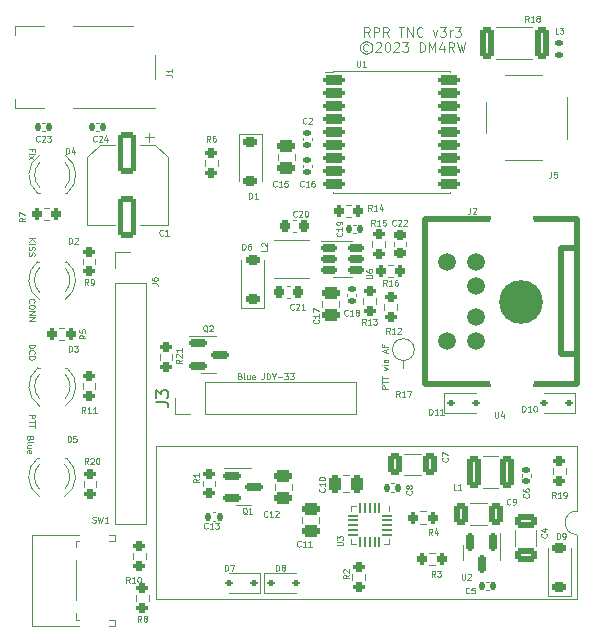
<source format=gto>
G04 #@! TF.GenerationSoftware,KiCad,Pcbnew,7.0.7*
G04 #@! TF.CreationDate,2023-12-02T18:06:35+01:00*
G04 #@! TF.ProjectId,TeensyRPR,5465656e-7379-4525-9052-2e6b69636164,rev?*
G04 #@! TF.SameCoordinates,Original*
G04 #@! TF.FileFunction,Legend,Top*
G04 #@! TF.FilePolarity,Positive*
%FSLAX46Y46*%
G04 Gerber Fmt 4.6, Leading zero omitted, Abs format (unit mm)*
G04 Created by KiCad (PCBNEW 7.0.7) date 2023-12-02 18:06:35*
%MOMM*%
%LPD*%
G01*
G04 APERTURE LIST*
G04 Aperture macros list*
%AMRoundRect*
0 Rectangle with rounded corners*
0 $1 Rounding radius*
0 $2 $3 $4 $5 $6 $7 $8 $9 X,Y pos of 4 corners*
0 Add a 4 corners polygon primitive as box body*
4,1,4,$2,$3,$4,$5,$6,$7,$8,$9,$2,$3,0*
0 Add four circle primitives for the rounded corners*
1,1,$1+$1,$2,$3*
1,1,$1+$1,$4,$5*
1,1,$1+$1,$6,$7*
1,1,$1+$1,$8,$9*
0 Add four rect primitives between the rounded corners*
20,1,$1+$1,$2,$3,$4,$5,0*
20,1,$1+$1,$4,$5,$6,$7,0*
20,1,$1+$1,$6,$7,$8,$9,0*
20,1,$1+$1,$8,$9,$2,$3,0*%
G04 Aperture macros list end*
%ADD10C,0.100000*%
%ADD11C,0.125000*%
%ADD12C,0.150000*%
%ADD13C,0.120000*%
%ADD14C,0.500380*%
%ADD15C,1.501140*%
%ADD16C,3.700780*%
%ADD17RoundRect,0.250000X0.650000X-0.325000X0.650000X0.325000X-0.650000X0.325000X-0.650000X-0.325000X0*%
%ADD18RoundRect,0.140000X-0.140000X-0.170000X0.140000X-0.170000X0.140000X0.170000X-0.140000X0.170000X0*%
%ADD19RoundRect,0.140000X-0.170000X0.140000X-0.170000X-0.140000X0.170000X-0.140000X0.170000X0.140000X0*%
%ADD20RoundRect,0.250000X-0.325000X-0.650000X0.325000X-0.650000X0.325000X0.650000X-0.325000X0.650000X0*%
%ADD21RoundRect,0.250000X0.250000X0.475000X-0.250000X0.475000X-0.250000X-0.475000X0.250000X-0.475000X0*%
%ADD22RoundRect,0.250000X0.475000X-0.250000X0.475000X0.250000X-0.475000X0.250000X-0.475000X-0.250000X0*%
%ADD23RoundRect,0.250000X-0.475000X0.250000X-0.475000X-0.250000X0.475000X-0.250000X0.475000X0.250000X0*%
%ADD24RoundRect,0.140000X0.170000X-0.140000X0.170000X0.140000X-0.170000X0.140000X-0.170000X-0.140000X0*%
%ADD25C,3.721100*%
%ADD26R,1.700000X1.700000*%
%ADD27O,1.700000X1.700000*%
%ADD28RoundRect,0.250000X-0.375000X-1.075000X0.375000X-1.075000X0.375000X1.075000X-0.375000X1.075000X0*%
%ADD29RoundRect,0.150000X-0.587500X-0.150000X0.587500X-0.150000X0.587500X0.150000X-0.587500X0.150000X0*%
%ADD30RoundRect,0.200000X-0.275000X0.200000X-0.275000X-0.200000X0.275000X-0.200000X0.275000X0.200000X0*%
%ADD31RoundRect,0.200000X-0.200000X-0.275000X0.200000X-0.275000X0.200000X0.275000X-0.200000X0.275000X0*%
%ADD32RoundRect,0.200000X0.200000X0.275000X-0.200000X0.275000X-0.200000X-0.275000X0.200000X-0.275000X0*%
%ADD33RoundRect,0.150000X-0.150000X0.587500X-0.150000X-0.587500X0.150000X-0.587500X0.150000X0.587500X0*%
%ADD34R,1.600000X1.600000*%
%ADD35O,1.600000X1.600000*%
%ADD36C,1.524000*%
%ADD37RoundRect,0.050000X-0.050000X0.375000X-0.050000X-0.375000X0.050000X-0.375000X0.050000X0.375000X0*%
%ADD38RoundRect,0.050000X-0.375000X0.050000X-0.375000X-0.050000X0.375000X-0.050000X0.375000X0.050000X0*%
%ADD39R,1.650000X1.650000*%
%ADD40C,2.250000*%
%ADD41RoundRect,0.225000X-0.375000X0.225000X-0.375000X-0.225000X0.375000X-0.225000X0.375000X0.225000X0*%
%ADD42RoundRect,0.250000X-0.550000X1.500000X-0.550000X-1.500000X0.550000X-1.500000X0.550000X1.500000X0*%
%ADD43R,1.800000X1.800000*%
%ADD44C,1.800000*%
%ADD45RoundRect,0.200000X0.275000X-0.200000X0.275000X0.200000X-0.275000X0.200000X-0.275000X-0.200000X0*%
%ADD46C,2.100000*%
%ADD47C,1.750000*%
%ADD48RoundRect,0.112500X0.187500X0.112500X-0.187500X0.112500X-0.187500X-0.112500X0.187500X-0.112500X0*%
%ADD49RoundRect,0.112500X-0.187500X-0.112500X0.187500X-0.112500X0.187500X0.112500X-0.187500X0.112500X0*%
%ADD50C,1.000000*%
%ADD51R,1.900000X1.900000*%
%ADD52C,1.900000*%
%ADD53RoundRect,0.225000X0.225000X0.250000X-0.225000X0.250000X-0.225000X-0.250000X0.225000X-0.250000X0*%
%ADD54RoundRect,0.225000X-0.225000X-0.250000X0.225000X-0.250000X0.225000X0.250000X-0.225000X0.250000X0*%
%ADD55RoundRect,0.225000X-0.250000X0.225000X-0.250000X-0.225000X0.250000X-0.225000X0.250000X0.225000X0*%
%ADD56R,0.800000X2.700000*%
%ADD57RoundRect,0.150000X-0.512500X-0.150000X0.512500X-0.150000X0.512500X0.150000X-0.512500X0.150000X0*%
%ADD58RoundRect,0.225000X0.375000X-0.225000X0.375000X0.225000X-0.375000X0.225000X-0.375000X-0.225000X0*%
%ADD59C,1.400000*%
%ADD60O,1.400000X1.400000*%
%ADD61RoundRect,0.250000X0.362500X1.075000X-0.362500X1.075000X-0.362500X-1.075000X0.362500X-1.075000X0*%
%ADD62RoundRect,0.147500X0.172500X-0.147500X0.172500X0.147500X-0.172500X0.147500X-0.172500X-0.147500X0*%
%ADD63RoundRect,0.200000X-0.700000X-0.200000X0.700000X-0.200000X0.700000X0.200000X-0.700000X0.200000X0*%
G04 APERTURE END LIST*
D10*
X135457509Y-115447046D02*
X135433700Y-115423237D01*
X135433700Y-115423237D02*
X135409890Y-115351808D01*
X135409890Y-115351808D02*
X135409890Y-115304189D01*
X135409890Y-115304189D02*
X135433700Y-115232761D01*
X135433700Y-115232761D02*
X135481319Y-115185142D01*
X135481319Y-115185142D02*
X135528938Y-115161332D01*
X135528938Y-115161332D02*
X135624176Y-115137523D01*
X135624176Y-115137523D02*
X135695604Y-115137523D01*
X135695604Y-115137523D02*
X135790842Y-115161332D01*
X135790842Y-115161332D02*
X135838461Y-115185142D01*
X135838461Y-115185142D02*
X135886080Y-115232761D01*
X135886080Y-115232761D02*
X135909890Y-115304189D01*
X135909890Y-115304189D02*
X135909890Y-115351808D01*
X135909890Y-115351808D02*
X135886080Y-115423237D01*
X135886080Y-115423237D02*
X135862271Y-115447046D01*
X135909890Y-115756570D02*
X135909890Y-115851808D01*
X135909890Y-115851808D02*
X135886080Y-115899427D01*
X135886080Y-115899427D02*
X135838461Y-115947046D01*
X135838461Y-115947046D02*
X135743223Y-115970856D01*
X135743223Y-115970856D02*
X135576557Y-115970856D01*
X135576557Y-115970856D02*
X135481319Y-115947046D01*
X135481319Y-115947046D02*
X135433700Y-115899427D01*
X135433700Y-115899427D02*
X135409890Y-115851808D01*
X135409890Y-115851808D02*
X135409890Y-115756570D01*
X135409890Y-115756570D02*
X135433700Y-115708951D01*
X135433700Y-115708951D02*
X135481319Y-115661332D01*
X135481319Y-115661332D02*
X135576557Y-115637523D01*
X135576557Y-115637523D02*
X135743223Y-115637523D01*
X135743223Y-115637523D02*
X135838461Y-115661332D01*
X135838461Y-115661332D02*
X135886080Y-115708951D01*
X135886080Y-115708951D02*
X135909890Y-115756570D01*
X135409890Y-116185142D02*
X135909890Y-116185142D01*
X135909890Y-116185142D02*
X135409890Y-116470856D01*
X135409890Y-116470856D02*
X135909890Y-116470856D01*
X135409890Y-116708952D02*
X135909890Y-116708952D01*
X135909890Y-116708952D02*
X135409890Y-116994666D01*
X135409890Y-116994666D02*
X135909890Y-116994666D01*
X135409890Y-110017810D02*
X135909890Y-110017810D01*
X135409890Y-110303524D02*
X135695604Y-110089239D01*
X135909890Y-110303524D02*
X135624176Y-110017810D01*
X135409890Y-110517810D02*
X135909890Y-110517810D01*
X135433700Y-110732096D02*
X135409890Y-110803524D01*
X135409890Y-110803524D02*
X135409890Y-110922572D01*
X135409890Y-110922572D02*
X135433700Y-110970191D01*
X135433700Y-110970191D02*
X135457509Y-110994000D01*
X135457509Y-110994000D02*
X135505128Y-111017810D01*
X135505128Y-111017810D02*
X135552747Y-111017810D01*
X135552747Y-111017810D02*
X135600366Y-110994000D01*
X135600366Y-110994000D02*
X135624176Y-110970191D01*
X135624176Y-110970191D02*
X135647985Y-110922572D01*
X135647985Y-110922572D02*
X135671795Y-110827334D01*
X135671795Y-110827334D02*
X135695604Y-110779715D01*
X135695604Y-110779715D02*
X135719414Y-110755905D01*
X135719414Y-110755905D02*
X135767033Y-110732096D01*
X135767033Y-110732096D02*
X135814652Y-110732096D01*
X135814652Y-110732096D02*
X135862271Y-110755905D01*
X135862271Y-110755905D02*
X135886080Y-110779715D01*
X135886080Y-110779715D02*
X135909890Y-110827334D01*
X135909890Y-110827334D02*
X135909890Y-110946381D01*
X135909890Y-110946381D02*
X135886080Y-111017810D01*
X135433700Y-111208286D02*
X135409890Y-111279714D01*
X135409890Y-111279714D02*
X135409890Y-111398762D01*
X135409890Y-111398762D02*
X135433700Y-111446381D01*
X135433700Y-111446381D02*
X135457509Y-111470190D01*
X135457509Y-111470190D02*
X135505128Y-111494000D01*
X135505128Y-111494000D02*
X135552747Y-111494000D01*
X135552747Y-111494000D02*
X135600366Y-111470190D01*
X135600366Y-111470190D02*
X135624176Y-111446381D01*
X135624176Y-111446381D02*
X135647985Y-111398762D01*
X135647985Y-111398762D02*
X135671795Y-111303524D01*
X135671795Y-111303524D02*
X135695604Y-111255905D01*
X135695604Y-111255905D02*
X135719414Y-111232095D01*
X135719414Y-111232095D02*
X135767033Y-111208286D01*
X135767033Y-111208286D02*
X135814652Y-111208286D01*
X135814652Y-111208286D02*
X135862271Y-111232095D01*
X135862271Y-111232095D02*
X135886080Y-111255905D01*
X135886080Y-111255905D02*
X135909890Y-111303524D01*
X135909890Y-111303524D02*
X135909890Y-111422571D01*
X135909890Y-111422571D02*
X135886080Y-111494000D01*
X135671795Y-102620000D02*
X135671795Y-102453333D01*
X135409890Y-102453333D02*
X135909890Y-102453333D01*
X135909890Y-102453333D02*
X135909890Y-102691428D01*
X135409890Y-102881904D02*
X135743223Y-102881904D01*
X135909890Y-102881904D02*
X135886080Y-102858095D01*
X135886080Y-102858095D02*
X135862271Y-102881904D01*
X135862271Y-102881904D02*
X135886080Y-102905714D01*
X135886080Y-102905714D02*
X135909890Y-102881904D01*
X135909890Y-102881904D02*
X135862271Y-102881904D01*
X135409890Y-103072380D02*
X135743223Y-103334285D01*
X135743223Y-103072380D02*
X135409890Y-103334285D01*
X135409890Y-124964095D02*
X135909890Y-124964095D01*
X135909890Y-124964095D02*
X135909890Y-125154571D01*
X135909890Y-125154571D02*
X135886080Y-125202190D01*
X135886080Y-125202190D02*
X135862271Y-125226000D01*
X135862271Y-125226000D02*
X135814652Y-125249809D01*
X135814652Y-125249809D02*
X135743223Y-125249809D01*
X135743223Y-125249809D02*
X135695604Y-125226000D01*
X135695604Y-125226000D02*
X135671795Y-125202190D01*
X135671795Y-125202190D02*
X135647985Y-125154571D01*
X135647985Y-125154571D02*
X135647985Y-124964095D01*
X135909890Y-125392667D02*
X135909890Y-125678381D01*
X135409890Y-125535524D02*
X135909890Y-125535524D01*
X135909890Y-125773619D02*
X135909890Y-126059333D01*
X135409890Y-125916476D02*
X135909890Y-125916476D01*
X153310303Y-121693304D02*
X153381731Y-121717114D01*
X153381731Y-121717114D02*
X153405541Y-121740923D01*
X153405541Y-121740923D02*
X153429350Y-121788542D01*
X153429350Y-121788542D02*
X153429350Y-121859971D01*
X153429350Y-121859971D02*
X153405541Y-121907590D01*
X153405541Y-121907590D02*
X153381731Y-121931400D01*
X153381731Y-121931400D02*
X153334112Y-121955209D01*
X153334112Y-121955209D02*
X153143636Y-121955209D01*
X153143636Y-121955209D02*
X153143636Y-121455209D01*
X153143636Y-121455209D02*
X153310303Y-121455209D01*
X153310303Y-121455209D02*
X153357922Y-121479019D01*
X153357922Y-121479019D02*
X153381731Y-121502828D01*
X153381731Y-121502828D02*
X153405541Y-121550447D01*
X153405541Y-121550447D02*
X153405541Y-121598066D01*
X153405541Y-121598066D02*
X153381731Y-121645685D01*
X153381731Y-121645685D02*
X153357922Y-121669495D01*
X153357922Y-121669495D02*
X153310303Y-121693304D01*
X153310303Y-121693304D02*
X153143636Y-121693304D01*
X153715065Y-121955209D02*
X153667446Y-121931400D01*
X153667446Y-121931400D02*
X153643636Y-121883780D01*
X153643636Y-121883780D02*
X153643636Y-121455209D01*
X154119827Y-121621876D02*
X154119827Y-121955209D01*
X153905541Y-121621876D02*
X153905541Y-121883780D01*
X153905541Y-121883780D02*
X153929351Y-121931400D01*
X153929351Y-121931400D02*
X153976970Y-121955209D01*
X153976970Y-121955209D02*
X154048398Y-121955209D01*
X154048398Y-121955209D02*
X154096017Y-121931400D01*
X154096017Y-121931400D02*
X154119827Y-121907590D01*
X154548398Y-121931400D02*
X154500779Y-121955209D01*
X154500779Y-121955209D02*
X154405541Y-121955209D01*
X154405541Y-121955209D02*
X154357922Y-121931400D01*
X154357922Y-121931400D02*
X154334113Y-121883780D01*
X154334113Y-121883780D02*
X154334113Y-121693304D01*
X154334113Y-121693304D02*
X154357922Y-121645685D01*
X154357922Y-121645685D02*
X154405541Y-121621876D01*
X154405541Y-121621876D02*
X154500779Y-121621876D01*
X154500779Y-121621876D02*
X154548398Y-121645685D01*
X154548398Y-121645685D02*
X154572208Y-121693304D01*
X154572208Y-121693304D02*
X154572208Y-121740923D01*
X154572208Y-121740923D02*
X154334113Y-121788542D01*
X155310302Y-121455209D02*
X155310302Y-121812352D01*
X155310302Y-121812352D02*
X155286493Y-121883780D01*
X155286493Y-121883780D02*
X155238874Y-121931400D01*
X155238874Y-121931400D02*
X155167445Y-121955209D01*
X155167445Y-121955209D02*
X155119826Y-121955209D01*
X155548397Y-121955209D02*
X155548397Y-121455209D01*
X155548397Y-121455209D02*
X155667445Y-121455209D01*
X155667445Y-121455209D02*
X155738873Y-121479019D01*
X155738873Y-121479019D02*
X155786492Y-121526638D01*
X155786492Y-121526638D02*
X155810302Y-121574257D01*
X155810302Y-121574257D02*
X155834111Y-121669495D01*
X155834111Y-121669495D02*
X155834111Y-121740923D01*
X155834111Y-121740923D02*
X155810302Y-121836161D01*
X155810302Y-121836161D02*
X155786492Y-121883780D01*
X155786492Y-121883780D02*
X155738873Y-121931400D01*
X155738873Y-121931400D02*
X155667445Y-121955209D01*
X155667445Y-121955209D02*
X155548397Y-121955209D01*
X156143635Y-121717114D02*
X156143635Y-121955209D01*
X155976969Y-121455209D02*
X156143635Y-121717114D01*
X156143635Y-121717114D02*
X156310302Y-121455209D01*
X156476968Y-121764733D02*
X156857921Y-121764733D01*
X157048397Y-121455209D02*
X157357921Y-121455209D01*
X157357921Y-121455209D02*
X157191254Y-121645685D01*
X157191254Y-121645685D02*
X157262683Y-121645685D01*
X157262683Y-121645685D02*
X157310302Y-121669495D01*
X157310302Y-121669495D02*
X157334111Y-121693304D01*
X157334111Y-121693304D02*
X157357921Y-121740923D01*
X157357921Y-121740923D02*
X157357921Y-121859971D01*
X157357921Y-121859971D02*
X157334111Y-121907590D01*
X157334111Y-121907590D02*
X157310302Y-121931400D01*
X157310302Y-121931400D02*
X157262683Y-121955209D01*
X157262683Y-121955209D02*
X157119826Y-121955209D01*
X157119826Y-121955209D02*
X157072207Y-121931400D01*
X157072207Y-121931400D02*
X157048397Y-121907590D01*
X157524587Y-121455209D02*
X157834111Y-121455209D01*
X157834111Y-121455209D02*
X157667444Y-121645685D01*
X157667444Y-121645685D02*
X157738873Y-121645685D01*
X157738873Y-121645685D02*
X157786492Y-121669495D01*
X157786492Y-121669495D02*
X157810301Y-121693304D01*
X157810301Y-121693304D02*
X157834111Y-121740923D01*
X157834111Y-121740923D02*
X157834111Y-121859971D01*
X157834111Y-121859971D02*
X157810301Y-121907590D01*
X157810301Y-121907590D02*
X157786492Y-121931400D01*
X157786492Y-121931400D02*
X157738873Y-121955209D01*
X157738873Y-121955209D02*
X157596016Y-121955209D01*
X157596016Y-121955209D02*
X157548397Y-121931400D01*
X157548397Y-121931400D02*
X157524587Y-121907590D01*
X164294000Y-92938895D02*
X164027333Y-92557942D01*
X163836857Y-92938895D02*
X163836857Y-92138895D01*
X163836857Y-92138895D02*
X164141619Y-92138895D01*
X164141619Y-92138895D02*
X164217809Y-92176990D01*
X164217809Y-92176990D02*
X164255904Y-92215085D01*
X164255904Y-92215085D02*
X164294000Y-92291276D01*
X164294000Y-92291276D02*
X164294000Y-92405561D01*
X164294000Y-92405561D02*
X164255904Y-92481752D01*
X164255904Y-92481752D02*
X164217809Y-92519847D01*
X164217809Y-92519847D02*
X164141619Y-92557942D01*
X164141619Y-92557942D02*
X163836857Y-92557942D01*
X164636857Y-92938895D02*
X164636857Y-92138895D01*
X164636857Y-92138895D02*
X164941619Y-92138895D01*
X164941619Y-92138895D02*
X165017809Y-92176990D01*
X165017809Y-92176990D02*
X165055904Y-92215085D01*
X165055904Y-92215085D02*
X165094000Y-92291276D01*
X165094000Y-92291276D02*
X165094000Y-92405561D01*
X165094000Y-92405561D02*
X165055904Y-92481752D01*
X165055904Y-92481752D02*
X165017809Y-92519847D01*
X165017809Y-92519847D02*
X164941619Y-92557942D01*
X164941619Y-92557942D02*
X164636857Y-92557942D01*
X165894000Y-92938895D02*
X165627333Y-92557942D01*
X165436857Y-92938895D02*
X165436857Y-92138895D01*
X165436857Y-92138895D02*
X165741619Y-92138895D01*
X165741619Y-92138895D02*
X165817809Y-92176990D01*
X165817809Y-92176990D02*
X165855904Y-92215085D01*
X165855904Y-92215085D02*
X165894000Y-92291276D01*
X165894000Y-92291276D02*
X165894000Y-92405561D01*
X165894000Y-92405561D02*
X165855904Y-92481752D01*
X165855904Y-92481752D02*
X165817809Y-92519847D01*
X165817809Y-92519847D02*
X165741619Y-92557942D01*
X165741619Y-92557942D02*
X165436857Y-92557942D01*
X166732095Y-92138895D02*
X167189238Y-92138895D01*
X166960666Y-92938895D02*
X166960666Y-92138895D01*
X167455905Y-92938895D02*
X167455905Y-92138895D01*
X167455905Y-92138895D02*
X167913048Y-92938895D01*
X167913048Y-92938895D02*
X167913048Y-92138895D01*
X168751143Y-92862704D02*
X168713047Y-92900800D01*
X168713047Y-92900800D02*
X168598762Y-92938895D01*
X168598762Y-92938895D02*
X168522571Y-92938895D01*
X168522571Y-92938895D02*
X168408285Y-92900800D01*
X168408285Y-92900800D02*
X168332095Y-92824609D01*
X168332095Y-92824609D02*
X168294000Y-92748419D01*
X168294000Y-92748419D02*
X168255904Y-92596038D01*
X168255904Y-92596038D02*
X168255904Y-92481752D01*
X168255904Y-92481752D02*
X168294000Y-92329371D01*
X168294000Y-92329371D02*
X168332095Y-92253180D01*
X168332095Y-92253180D02*
X168408285Y-92176990D01*
X168408285Y-92176990D02*
X168522571Y-92138895D01*
X168522571Y-92138895D02*
X168598762Y-92138895D01*
X168598762Y-92138895D02*
X168713047Y-92176990D01*
X168713047Y-92176990D02*
X168751143Y-92215085D01*
X169627333Y-92405561D02*
X169817809Y-92938895D01*
X169817809Y-92938895D02*
X170008286Y-92405561D01*
X170236857Y-92138895D02*
X170732095Y-92138895D01*
X170732095Y-92138895D02*
X170465429Y-92443657D01*
X170465429Y-92443657D02*
X170579714Y-92443657D01*
X170579714Y-92443657D02*
X170655905Y-92481752D01*
X170655905Y-92481752D02*
X170694000Y-92519847D01*
X170694000Y-92519847D02*
X170732095Y-92596038D01*
X170732095Y-92596038D02*
X170732095Y-92786514D01*
X170732095Y-92786514D02*
X170694000Y-92862704D01*
X170694000Y-92862704D02*
X170655905Y-92900800D01*
X170655905Y-92900800D02*
X170579714Y-92938895D01*
X170579714Y-92938895D02*
X170351143Y-92938895D01*
X170351143Y-92938895D02*
X170274952Y-92900800D01*
X170274952Y-92900800D02*
X170236857Y-92862704D01*
X171074953Y-92938895D02*
X171074953Y-92405561D01*
X171074953Y-92557942D02*
X171113048Y-92481752D01*
X171113048Y-92481752D02*
X171151143Y-92443657D01*
X171151143Y-92443657D02*
X171227334Y-92405561D01*
X171227334Y-92405561D02*
X171303524Y-92405561D01*
X171494000Y-92138895D02*
X171989238Y-92138895D01*
X171989238Y-92138895D02*
X171722572Y-92443657D01*
X171722572Y-92443657D02*
X171836857Y-92443657D01*
X171836857Y-92443657D02*
X171913048Y-92481752D01*
X171913048Y-92481752D02*
X171951143Y-92519847D01*
X171951143Y-92519847D02*
X171989238Y-92596038D01*
X171989238Y-92596038D02*
X171989238Y-92786514D01*
X171989238Y-92786514D02*
X171951143Y-92862704D01*
X171951143Y-92862704D02*
X171913048Y-92900800D01*
X171913048Y-92900800D02*
X171836857Y-92938895D01*
X171836857Y-92938895D02*
X171608286Y-92938895D01*
X171608286Y-92938895D02*
X171532095Y-92900800D01*
X171532095Y-92900800D02*
X171494000Y-92862704D01*
X164122570Y-93617371D02*
X164046379Y-93579276D01*
X164046379Y-93579276D02*
X163893998Y-93579276D01*
X163893998Y-93579276D02*
X163817808Y-93617371D01*
X163817808Y-93617371D02*
X163741617Y-93693561D01*
X163741617Y-93693561D02*
X163703522Y-93769752D01*
X163703522Y-93769752D02*
X163703522Y-93922133D01*
X163703522Y-93922133D02*
X163741617Y-93998323D01*
X163741617Y-93998323D02*
X163817808Y-94074514D01*
X163817808Y-94074514D02*
X163893998Y-94112609D01*
X163893998Y-94112609D02*
X164046379Y-94112609D01*
X164046379Y-94112609D02*
X164122570Y-94074514D01*
X163970189Y-93312609D02*
X163779713Y-93350704D01*
X163779713Y-93350704D02*
X163589236Y-93464990D01*
X163589236Y-93464990D02*
X163474951Y-93655466D01*
X163474951Y-93655466D02*
X163436855Y-93845942D01*
X163436855Y-93845942D02*
X163474951Y-94036419D01*
X163474951Y-94036419D02*
X163589236Y-94226895D01*
X163589236Y-94226895D02*
X163779713Y-94341180D01*
X163779713Y-94341180D02*
X163970189Y-94379276D01*
X163970189Y-94379276D02*
X164160665Y-94341180D01*
X164160665Y-94341180D02*
X164351141Y-94226895D01*
X164351141Y-94226895D02*
X164465427Y-94036419D01*
X164465427Y-94036419D02*
X164503522Y-93845942D01*
X164503522Y-93845942D02*
X164465427Y-93655466D01*
X164465427Y-93655466D02*
X164351141Y-93464990D01*
X164351141Y-93464990D02*
X164160665Y-93350704D01*
X164160665Y-93350704D02*
X163970189Y-93312609D01*
X164808284Y-93503085D02*
X164846380Y-93464990D01*
X164846380Y-93464990D02*
X164922570Y-93426895D01*
X164922570Y-93426895D02*
X165113046Y-93426895D01*
X165113046Y-93426895D02*
X165189237Y-93464990D01*
X165189237Y-93464990D02*
X165227332Y-93503085D01*
X165227332Y-93503085D02*
X165265427Y-93579276D01*
X165265427Y-93579276D02*
X165265427Y-93655466D01*
X165265427Y-93655466D02*
X165227332Y-93769752D01*
X165227332Y-93769752D02*
X164770189Y-94226895D01*
X164770189Y-94226895D02*
X165265427Y-94226895D01*
X165760666Y-93426895D02*
X165836856Y-93426895D01*
X165836856Y-93426895D02*
X165913047Y-93464990D01*
X165913047Y-93464990D02*
X165951142Y-93503085D01*
X165951142Y-93503085D02*
X165989237Y-93579276D01*
X165989237Y-93579276D02*
X166027332Y-93731657D01*
X166027332Y-93731657D02*
X166027332Y-93922133D01*
X166027332Y-93922133D02*
X165989237Y-94074514D01*
X165989237Y-94074514D02*
X165951142Y-94150704D01*
X165951142Y-94150704D02*
X165913047Y-94188800D01*
X165913047Y-94188800D02*
X165836856Y-94226895D01*
X165836856Y-94226895D02*
X165760666Y-94226895D01*
X165760666Y-94226895D02*
X165684475Y-94188800D01*
X165684475Y-94188800D02*
X165646380Y-94150704D01*
X165646380Y-94150704D02*
X165608285Y-94074514D01*
X165608285Y-94074514D02*
X165570189Y-93922133D01*
X165570189Y-93922133D02*
X165570189Y-93731657D01*
X165570189Y-93731657D02*
X165608285Y-93579276D01*
X165608285Y-93579276D02*
X165646380Y-93503085D01*
X165646380Y-93503085D02*
X165684475Y-93464990D01*
X165684475Y-93464990D02*
X165760666Y-93426895D01*
X166332094Y-93503085D02*
X166370190Y-93464990D01*
X166370190Y-93464990D02*
X166446380Y-93426895D01*
X166446380Y-93426895D02*
X166636856Y-93426895D01*
X166636856Y-93426895D02*
X166713047Y-93464990D01*
X166713047Y-93464990D02*
X166751142Y-93503085D01*
X166751142Y-93503085D02*
X166789237Y-93579276D01*
X166789237Y-93579276D02*
X166789237Y-93655466D01*
X166789237Y-93655466D02*
X166751142Y-93769752D01*
X166751142Y-93769752D02*
X166293999Y-94226895D01*
X166293999Y-94226895D02*
X166789237Y-94226895D01*
X167055904Y-93426895D02*
X167551142Y-93426895D01*
X167551142Y-93426895D02*
X167284476Y-93731657D01*
X167284476Y-93731657D02*
X167398761Y-93731657D01*
X167398761Y-93731657D02*
X167474952Y-93769752D01*
X167474952Y-93769752D02*
X167513047Y-93807847D01*
X167513047Y-93807847D02*
X167551142Y-93884038D01*
X167551142Y-93884038D02*
X167551142Y-94074514D01*
X167551142Y-94074514D02*
X167513047Y-94150704D01*
X167513047Y-94150704D02*
X167474952Y-94188800D01*
X167474952Y-94188800D02*
X167398761Y-94226895D01*
X167398761Y-94226895D02*
X167170190Y-94226895D01*
X167170190Y-94226895D02*
X167093999Y-94188800D01*
X167093999Y-94188800D02*
X167055904Y-94150704D01*
X168503524Y-94226895D02*
X168503524Y-93426895D01*
X168503524Y-93426895D02*
X168694000Y-93426895D01*
X168694000Y-93426895D02*
X168808286Y-93464990D01*
X168808286Y-93464990D02*
X168884476Y-93541180D01*
X168884476Y-93541180D02*
X168922571Y-93617371D01*
X168922571Y-93617371D02*
X168960667Y-93769752D01*
X168960667Y-93769752D02*
X168960667Y-93884038D01*
X168960667Y-93884038D02*
X168922571Y-94036419D01*
X168922571Y-94036419D02*
X168884476Y-94112609D01*
X168884476Y-94112609D02*
X168808286Y-94188800D01*
X168808286Y-94188800D02*
X168694000Y-94226895D01*
X168694000Y-94226895D02*
X168503524Y-94226895D01*
X169303524Y-94226895D02*
X169303524Y-93426895D01*
X169303524Y-93426895D02*
X169570190Y-93998323D01*
X169570190Y-93998323D02*
X169836857Y-93426895D01*
X169836857Y-93426895D02*
X169836857Y-94226895D01*
X170560667Y-93693561D02*
X170560667Y-94226895D01*
X170370191Y-93388800D02*
X170179714Y-93960228D01*
X170179714Y-93960228D02*
X170674953Y-93960228D01*
X171436858Y-94226895D02*
X171170191Y-93845942D01*
X170979715Y-94226895D02*
X170979715Y-93426895D01*
X170979715Y-93426895D02*
X171284477Y-93426895D01*
X171284477Y-93426895D02*
X171360667Y-93464990D01*
X171360667Y-93464990D02*
X171398762Y-93503085D01*
X171398762Y-93503085D02*
X171436858Y-93579276D01*
X171436858Y-93579276D02*
X171436858Y-93693561D01*
X171436858Y-93693561D02*
X171398762Y-93769752D01*
X171398762Y-93769752D02*
X171360667Y-93807847D01*
X171360667Y-93807847D02*
X171284477Y-93845942D01*
X171284477Y-93845942D02*
X170979715Y-93845942D01*
X171703524Y-93426895D02*
X171894000Y-94226895D01*
X171894000Y-94226895D02*
X172046381Y-93655466D01*
X172046381Y-93655466D02*
X172198762Y-94226895D01*
X172198762Y-94226895D02*
X172389239Y-93426895D01*
X135409890Y-119003047D02*
X135909890Y-119003047D01*
X135909890Y-119003047D02*
X135909890Y-119122095D01*
X135909890Y-119122095D02*
X135886080Y-119193523D01*
X135886080Y-119193523D02*
X135838461Y-119241142D01*
X135838461Y-119241142D02*
X135790842Y-119264952D01*
X135790842Y-119264952D02*
X135695604Y-119288761D01*
X135695604Y-119288761D02*
X135624176Y-119288761D01*
X135624176Y-119288761D02*
X135528938Y-119264952D01*
X135528938Y-119264952D02*
X135481319Y-119241142D01*
X135481319Y-119241142D02*
X135433700Y-119193523D01*
X135433700Y-119193523D02*
X135409890Y-119122095D01*
X135409890Y-119122095D02*
X135409890Y-119003047D01*
X135457509Y-119788761D02*
X135433700Y-119764952D01*
X135433700Y-119764952D02*
X135409890Y-119693523D01*
X135409890Y-119693523D02*
X135409890Y-119645904D01*
X135409890Y-119645904D02*
X135433700Y-119574476D01*
X135433700Y-119574476D02*
X135481319Y-119526857D01*
X135481319Y-119526857D02*
X135528938Y-119503047D01*
X135528938Y-119503047D02*
X135624176Y-119479238D01*
X135624176Y-119479238D02*
X135695604Y-119479238D01*
X135695604Y-119479238D02*
X135790842Y-119503047D01*
X135790842Y-119503047D02*
X135838461Y-119526857D01*
X135838461Y-119526857D02*
X135886080Y-119574476D01*
X135886080Y-119574476D02*
X135909890Y-119645904D01*
X135909890Y-119645904D02*
X135909890Y-119693523D01*
X135909890Y-119693523D02*
X135886080Y-119764952D01*
X135886080Y-119764952D02*
X135862271Y-119788761D01*
X135409890Y-120003047D02*
X135909890Y-120003047D01*
X135909890Y-120003047D02*
X135909890Y-120122095D01*
X135909890Y-120122095D02*
X135886080Y-120193523D01*
X135886080Y-120193523D02*
X135838461Y-120241142D01*
X135838461Y-120241142D02*
X135790842Y-120264952D01*
X135790842Y-120264952D02*
X135695604Y-120288761D01*
X135695604Y-120288761D02*
X135624176Y-120288761D01*
X135624176Y-120288761D02*
X135528938Y-120264952D01*
X135528938Y-120264952D02*
X135481319Y-120241142D01*
X135481319Y-120241142D02*
X135433700Y-120193523D01*
X135433700Y-120193523D02*
X135409890Y-120122095D01*
X135409890Y-120122095D02*
X135409890Y-120003047D01*
X165795609Y-122751163D02*
X165295609Y-122751163D01*
X165295609Y-122751163D02*
X165295609Y-122560687D01*
X165295609Y-122560687D02*
X165319419Y-122513068D01*
X165319419Y-122513068D02*
X165343228Y-122489258D01*
X165343228Y-122489258D02*
X165390847Y-122465449D01*
X165390847Y-122465449D02*
X165462276Y-122465449D01*
X165462276Y-122465449D02*
X165509895Y-122489258D01*
X165509895Y-122489258D02*
X165533704Y-122513068D01*
X165533704Y-122513068D02*
X165557514Y-122560687D01*
X165557514Y-122560687D02*
X165557514Y-122751163D01*
X165295609Y-122322591D02*
X165295609Y-122036877D01*
X165795609Y-122179734D02*
X165295609Y-122179734D01*
X165295609Y-121941639D02*
X165295609Y-121655925D01*
X165795609Y-121798782D02*
X165295609Y-121798782D01*
X165462276Y-121155926D02*
X165795609Y-121036878D01*
X165795609Y-121036878D02*
X165462276Y-120917831D01*
X165795609Y-120727355D02*
X165462276Y-120727355D01*
X165295609Y-120727355D02*
X165319419Y-120751164D01*
X165319419Y-120751164D02*
X165343228Y-120727355D01*
X165343228Y-120727355D02*
X165319419Y-120703545D01*
X165319419Y-120703545D02*
X165295609Y-120727355D01*
X165295609Y-120727355D02*
X165343228Y-120727355D01*
X165795609Y-120274974D02*
X165533704Y-120274974D01*
X165533704Y-120274974D02*
X165486085Y-120298784D01*
X165486085Y-120298784D02*
X165462276Y-120346403D01*
X165462276Y-120346403D02*
X165462276Y-120441641D01*
X165462276Y-120441641D02*
X165486085Y-120489260D01*
X165771800Y-120274974D02*
X165795609Y-120322593D01*
X165795609Y-120322593D02*
X165795609Y-120441641D01*
X165795609Y-120441641D02*
X165771800Y-120489260D01*
X165771800Y-120489260D02*
X165724180Y-120513069D01*
X165724180Y-120513069D02*
X165676561Y-120513069D01*
X165676561Y-120513069D02*
X165628942Y-120489260D01*
X165628942Y-120489260D02*
X165605133Y-120441641D01*
X165605133Y-120441641D02*
X165605133Y-120322593D01*
X165605133Y-120322593D02*
X165581323Y-120274974D01*
X165652752Y-119679736D02*
X165652752Y-119441641D01*
X165795609Y-119727355D02*
X165295609Y-119560689D01*
X165295609Y-119560689D02*
X165795609Y-119394022D01*
X165533704Y-119060689D02*
X165533704Y-119227356D01*
X165795609Y-119227356D02*
X165295609Y-119227356D01*
X165295609Y-119227356D02*
X165295609Y-118989261D01*
X135519395Y-126946886D02*
X135495585Y-127018314D01*
X135495585Y-127018314D02*
X135471776Y-127042124D01*
X135471776Y-127042124D02*
X135424157Y-127065933D01*
X135424157Y-127065933D02*
X135352728Y-127065933D01*
X135352728Y-127065933D02*
X135305109Y-127042124D01*
X135305109Y-127042124D02*
X135281300Y-127018314D01*
X135281300Y-127018314D02*
X135257490Y-126970695D01*
X135257490Y-126970695D02*
X135257490Y-126780219D01*
X135257490Y-126780219D02*
X135757490Y-126780219D01*
X135757490Y-126780219D02*
X135757490Y-126946886D01*
X135757490Y-126946886D02*
X135733680Y-126994505D01*
X135733680Y-126994505D02*
X135709871Y-127018314D01*
X135709871Y-127018314D02*
X135662252Y-127042124D01*
X135662252Y-127042124D02*
X135614633Y-127042124D01*
X135614633Y-127042124D02*
X135567014Y-127018314D01*
X135567014Y-127018314D02*
X135543204Y-126994505D01*
X135543204Y-126994505D02*
X135519395Y-126946886D01*
X135519395Y-126946886D02*
X135519395Y-126780219D01*
X135257490Y-127351648D02*
X135281300Y-127304029D01*
X135281300Y-127304029D02*
X135328919Y-127280219D01*
X135328919Y-127280219D02*
X135757490Y-127280219D01*
X135590823Y-127756410D02*
X135257490Y-127756410D01*
X135590823Y-127542124D02*
X135328919Y-127542124D01*
X135328919Y-127542124D02*
X135281300Y-127565934D01*
X135281300Y-127565934D02*
X135257490Y-127613553D01*
X135257490Y-127613553D02*
X135257490Y-127684981D01*
X135257490Y-127684981D02*
X135281300Y-127732600D01*
X135281300Y-127732600D02*
X135305109Y-127756410D01*
X135281300Y-128184981D02*
X135257490Y-128137362D01*
X135257490Y-128137362D02*
X135257490Y-128042124D01*
X135257490Y-128042124D02*
X135281300Y-127994505D01*
X135281300Y-127994505D02*
X135328919Y-127970696D01*
X135328919Y-127970696D02*
X135519395Y-127970696D01*
X135519395Y-127970696D02*
X135567014Y-127994505D01*
X135567014Y-127994505D02*
X135590823Y-128042124D01*
X135590823Y-128042124D02*
X135590823Y-128137362D01*
X135590823Y-128137362D02*
X135567014Y-128184981D01*
X135567014Y-128184981D02*
X135519395Y-128208791D01*
X135519395Y-128208791D02*
X135471776Y-128208791D01*
X135471776Y-128208791D02*
X135424157Y-127970696D01*
X179248490Y-135033333D02*
X179272300Y-135057142D01*
X179272300Y-135057142D02*
X179296109Y-135128571D01*
X179296109Y-135128571D02*
X179296109Y-135176190D01*
X179296109Y-135176190D02*
X179272300Y-135247618D01*
X179272300Y-135247618D02*
X179224680Y-135295237D01*
X179224680Y-135295237D02*
X179177061Y-135319047D01*
X179177061Y-135319047D02*
X179081823Y-135342856D01*
X179081823Y-135342856D02*
X179010395Y-135342856D01*
X179010395Y-135342856D02*
X178915157Y-135319047D01*
X178915157Y-135319047D02*
X178867538Y-135295237D01*
X178867538Y-135295237D02*
X178819919Y-135247618D01*
X178819919Y-135247618D02*
X178796109Y-135176190D01*
X178796109Y-135176190D02*
X178796109Y-135128571D01*
X178796109Y-135128571D02*
X178819919Y-135057142D01*
X178819919Y-135057142D02*
X178843728Y-135033333D01*
X178962776Y-134604761D02*
X179296109Y-134604761D01*
X178772300Y-134723809D02*
X179129442Y-134842856D01*
X179129442Y-134842856D02*
X179129442Y-134533333D01*
X172706666Y-140028490D02*
X172682857Y-140052300D01*
X172682857Y-140052300D02*
X172611428Y-140076109D01*
X172611428Y-140076109D02*
X172563809Y-140076109D01*
X172563809Y-140076109D02*
X172492381Y-140052300D01*
X172492381Y-140052300D02*
X172444762Y-140004680D01*
X172444762Y-140004680D02*
X172420952Y-139957061D01*
X172420952Y-139957061D02*
X172397143Y-139861823D01*
X172397143Y-139861823D02*
X172397143Y-139790395D01*
X172397143Y-139790395D02*
X172420952Y-139695157D01*
X172420952Y-139695157D02*
X172444762Y-139647538D01*
X172444762Y-139647538D02*
X172492381Y-139599919D01*
X172492381Y-139599919D02*
X172563809Y-139576109D01*
X172563809Y-139576109D02*
X172611428Y-139576109D01*
X172611428Y-139576109D02*
X172682857Y-139599919D01*
X172682857Y-139599919D02*
X172706666Y-139623728D01*
X173159047Y-139576109D02*
X172920952Y-139576109D01*
X172920952Y-139576109D02*
X172897143Y-139814204D01*
X172897143Y-139814204D02*
X172920952Y-139790395D01*
X172920952Y-139790395D02*
X172968571Y-139766585D01*
X172968571Y-139766585D02*
X173087619Y-139766585D01*
X173087619Y-139766585D02*
X173135238Y-139790395D01*
X173135238Y-139790395D02*
X173159047Y-139814204D01*
X173159047Y-139814204D02*
X173182857Y-139861823D01*
X173182857Y-139861823D02*
X173182857Y-139980871D01*
X173182857Y-139980871D02*
X173159047Y-140028490D01*
X173159047Y-140028490D02*
X173135238Y-140052300D01*
X173135238Y-140052300D02*
X173087619Y-140076109D01*
X173087619Y-140076109D02*
X172968571Y-140076109D01*
X172968571Y-140076109D02*
X172920952Y-140052300D01*
X172920952Y-140052300D02*
X172897143Y-140028490D01*
X177724490Y-131663333D02*
X177748300Y-131687142D01*
X177748300Y-131687142D02*
X177772109Y-131758571D01*
X177772109Y-131758571D02*
X177772109Y-131806190D01*
X177772109Y-131806190D02*
X177748300Y-131877618D01*
X177748300Y-131877618D02*
X177700680Y-131925237D01*
X177700680Y-131925237D02*
X177653061Y-131949047D01*
X177653061Y-131949047D02*
X177557823Y-131972856D01*
X177557823Y-131972856D02*
X177486395Y-131972856D01*
X177486395Y-131972856D02*
X177391157Y-131949047D01*
X177391157Y-131949047D02*
X177343538Y-131925237D01*
X177343538Y-131925237D02*
X177295919Y-131877618D01*
X177295919Y-131877618D02*
X177272109Y-131806190D01*
X177272109Y-131806190D02*
X177272109Y-131758571D01*
X177272109Y-131758571D02*
X177295919Y-131687142D01*
X177295919Y-131687142D02*
X177319728Y-131663333D01*
X177272109Y-131234761D02*
X177272109Y-131329999D01*
X177272109Y-131329999D02*
X177295919Y-131377618D01*
X177295919Y-131377618D02*
X177319728Y-131401428D01*
X177319728Y-131401428D02*
X177391157Y-131449047D01*
X177391157Y-131449047D02*
X177486395Y-131472856D01*
X177486395Y-131472856D02*
X177676871Y-131472856D01*
X177676871Y-131472856D02*
X177724490Y-131449047D01*
X177724490Y-131449047D02*
X177748300Y-131425237D01*
X177748300Y-131425237D02*
X177772109Y-131377618D01*
X177772109Y-131377618D02*
X177772109Y-131282380D01*
X177772109Y-131282380D02*
X177748300Y-131234761D01*
X177748300Y-131234761D02*
X177724490Y-131210952D01*
X177724490Y-131210952D02*
X177676871Y-131187142D01*
X177676871Y-131187142D02*
X177557823Y-131187142D01*
X177557823Y-131187142D02*
X177510204Y-131210952D01*
X177510204Y-131210952D02*
X177486395Y-131234761D01*
X177486395Y-131234761D02*
X177462585Y-131282380D01*
X177462585Y-131282380D02*
X177462585Y-131377618D01*
X177462585Y-131377618D02*
X177486395Y-131425237D01*
X177486395Y-131425237D02*
X177510204Y-131449047D01*
X177510204Y-131449047D02*
X177557823Y-131472856D01*
X170866490Y-128607333D02*
X170890300Y-128631142D01*
X170890300Y-128631142D02*
X170914109Y-128702571D01*
X170914109Y-128702571D02*
X170914109Y-128750190D01*
X170914109Y-128750190D02*
X170890300Y-128821618D01*
X170890300Y-128821618D02*
X170842680Y-128869237D01*
X170842680Y-128869237D02*
X170795061Y-128893047D01*
X170795061Y-128893047D02*
X170699823Y-128916856D01*
X170699823Y-128916856D02*
X170628395Y-128916856D01*
X170628395Y-128916856D02*
X170533157Y-128893047D01*
X170533157Y-128893047D02*
X170485538Y-128869237D01*
X170485538Y-128869237D02*
X170437919Y-128821618D01*
X170437919Y-128821618D02*
X170414109Y-128750190D01*
X170414109Y-128750190D02*
X170414109Y-128702571D01*
X170414109Y-128702571D02*
X170437919Y-128631142D01*
X170437919Y-128631142D02*
X170461728Y-128607333D01*
X170414109Y-128440666D02*
X170414109Y-128107333D01*
X170414109Y-128107333D02*
X170914109Y-128321618D01*
X167818490Y-131401333D02*
X167842300Y-131425142D01*
X167842300Y-131425142D02*
X167866109Y-131496571D01*
X167866109Y-131496571D02*
X167866109Y-131544190D01*
X167866109Y-131544190D02*
X167842300Y-131615618D01*
X167842300Y-131615618D02*
X167794680Y-131663237D01*
X167794680Y-131663237D02*
X167747061Y-131687047D01*
X167747061Y-131687047D02*
X167651823Y-131710856D01*
X167651823Y-131710856D02*
X167580395Y-131710856D01*
X167580395Y-131710856D02*
X167485157Y-131687047D01*
X167485157Y-131687047D02*
X167437538Y-131663237D01*
X167437538Y-131663237D02*
X167389919Y-131615618D01*
X167389919Y-131615618D02*
X167366109Y-131544190D01*
X167366109Y-131544190D02*
X167366109Y-131496571D01*
X167366109Y-131496571D02*
X167389919Y-131425142D01*
X167389919Y-131425142D02*
X167413728Y-131401333D01*
X167580395Y-131115618D02*
X167556585Y-131163237D01*
X167556585Y-131163237D02*
X167532776Y-131187047D01*
X167532776Y-131187047D02*
X167485157Y-131210856D01*
X167485157Y-131210856D02*
X167461347Y-131210856D01*
X167461347Y-131210856D02*
X167413728Y-131187047D01*
X167413728Y-131187047D02*
X167389919Y-131163237D01*
X167389919Y-131163237D02*
X167366109Y-131115618D01*
X167366109Y-131115618D02*
X167366109Y-131020380D01*
X167366109Y-131020380D02*
X167389919Y-130972761D01*
X167389919Y-130972761D02*
X167413728Y-130948952D01*
X167413728Y-130948952D02*
X167461347Y-130925142D01*
X167461347Y-130925142D02*
X167485157Y-130925142D01*
X167485157Y-130925142D02*
X167532776Y-130948952D01*
X167532776Y-130948952D02*
X167556585Y-130972761D01*
X167556585Y-130972761D02*
X167580395Y-131020380D01*
X167580395Y-131020380D02*
X167580395Y-131115618D01*
X167580395Y-131115618D02*
X167604204Y-131163237D01*
X167604204Y-131163237D02*
X167628014Y-131187047D01*
X167628014Y-131187047D02*
X167675633Y-131210856D01*
X167675633Y-131210856D02*
X167770871Y-131210856D01*
X167770871Y-131210856D02*
X167818490Y-131187047D01*
X167818490Y-131187047D02*
X167842300Y-131163237D01*
X167842300Y-131163237D02*
X167866109Y-131115618D01*
X167866109Y-131115618D02*
X167866109Y-131020380D01*
X167866109Y-131020380D02*
X167842300Y-130972761D01*
X167842300Y-130972761D02*
X167818490Y-130948952D01*
X167818490Y-130948952D02*
X167770871Y-130925142D01*
X167770871Y-130925142D02*
X167675633Y-130925142D01*
X167675633Y-130925142D02*
X167628014Y-130948952D01*
X167628014Y-130948952D02*
X167604204Y-130972761D01*
X167604204Y-130972761D02*
X167580395Y-131020380D01*
X176192666Y-132512490D02*
X176168857Y-132536300D01*
X176168857Y-132536300D02*
X176097428Y-132560109D01*
X176097428Y-132560109D02*
X176049809Y-132560109D01*
X176049809Y-132560109D02*
X175978381Y-132536300D01*
X175978381Y-132536300D02*
X175930762Y-132488680D01*
X175930762Y-132488680D02*
X175906952Y-132441061D01*
X175906952Y-132441061D02*
X175883143Y-132345823D01*
X175883143Y-132345823D02*
X175883143Y-132274395D01*
X175883143Y-132274395D02*
X175906952Y-132179157D01*
X175906952Y-132179157D02*
X175930762Y-132131538D01*
X175930762Y-132131538D02*
X175978381Y-132083919D01*
X175978381Y-132083919D02*
X176049809Y-132060109D01*
X176049809Y-132060109D02*
X176097428Y-132060109D01*
X176097428Y-132060109D02*
X176168857Y-132083919D01*
X176168857Y-132083919D02*
X176192666Y-132107728D01*
X176430762Y-132560109D02*
X176526000Y-132560109D01*
X176526000Y-132560109D02*
X176573619Y-132536300D01*
X176573619Y-132536300D02*
X176597428Y-132512490D01*
X176597428Y-132512490D02*
X176645047Y-132441061D01*
X176645047Y-132441061D02*
X176668857Y-132345823D01*
X176668857Y-132345823D02*
X176668857Y-132155347D01*
X176668857Y-132155347D02*
X176645047Y-132107728D01*
X176645047Y-132107728D02*
X176621238Y-132083919D01*
X176621238Y-132083919D02*
X176573619Y-132060109D01*
X176573619Y-132060109D02*
X176478381Y-132060109D01*
X176478381Y-132060109D02*
X176430762Y-132083919D01*
X176430762Y-132083919D02*
X176406952Y-132107728D01*
X176406952Y-132107728D02*
X176383143Y-132155347D01*
X176383143Y-132155347D02*
X176383143Y-132274395D01*
X176383143Y-132274395D02*
X176406952Y-132322014D01*
X176406952Y-132322014D02*
X176430762Y-132345823D01*
X176430762Y-132345823D02*
X176478381Y-132369633D01*
X176478381Y-132369633D02*
X176573619Y-132369633D01*
X176573619Y-132369633D02*
X176621238Y-132345823D01*
X176621238Y-132345823D02*
X176645047Y-132322014D01*
X176645047Y-132322014D02*
X176668857Y-132274395D01*
X160452490Y-131180928D02*
X160476300Y-131204737D01*
X160476300Y-131204737D02*
X160500109Y-131276166D01*
X160500109Y-131276166D02*
X160500109Y-131323785D01*
X160500109Y-131323785D02*
X160476300Y-131395213D01*
X160476300Y-131395213D02*
X160428680Y-131442832D01*
X160428680Y-131442832D02*
X160381061Y-131466642D01*
X160381061Y-131466642D02*
X160285823Y-131490451D01*
X160285823Y-131490451D02*
X160214395Y-131490451D01*
X160214395Y-131490451D02*
X160119157Y-131466642D01*
X160119157Y-131466642D02*
X160071538Y-131442832D01*
X160071538Y-131442832D02*
X160023919Y-131395213D01*
X160023919Y-131395213D02*
X160000109Y-131323785D01*
X160000109Y-131323785D02*
X160000109Y-131276166D01*
X160000109Y-131276166D02*
X160023919Y-131204737D01*
X160023919Y-131204737D02*
X160047728Y-131180928D01*
X160500109Y-130704737D02*
X160500109Y-130990451D01*
X160500109Y-130847594D02*
X160000109Y-130847594D01*
X160000109Y-130847594D02*
X160071538Y-130895213D01*
X160071538Y-130895213D02*
X160119157Y-130942832D01*
X160119157Y-130942832D02*
X160142966Y-130990451D01*
X160000109Y-130395214D02*
X160000109Y-130347595D01*
X160000109Y-130347595D02*
X160023919Y-130299976D01*
X160023919Y-130299976D02*
X160047728Y-130276166D01*
X160047728Y-130276166D02*
X160095347Y-130252357D01*
X160095347Y-130252357D02*
X160190585Y-130228547D01*
X160190585Y-130228547D02*
X160309633Y-130228547D01*
X160309633Y-130228547D02*
X160404871Y-130252357D01*
X160404871Y-130252357D02*
X160452490Y-130276166D01*
X160452490Y-130276166D02*
X160476300Y-130299976D01*
X160476300Y-130299976D02*
X160500109Y-130347595D01*
X160500109Y-130347595D02*
X160500109Y-130395214D01*
X160500109Y-130395214D02*
X160476300Y-130442833D01*
X160476300Y-130442833D02*
X160452490Y-130466642D01*
X160452490Y-130466642D02*
X160404871Y-130490452D01*
X160404871Y-130490452D02*
X160309633Y-130514261D01*
X160309633Y-130514261D02*
X160190585Y-130514261D01*
X160190585Y-130514261D02*
X160095347Y-130490452D01*
X160095347Y-130490452D02*
X160047728Y-130466642D01*
X160047728Y-130466642D02*
X160023919Y-130442833D01*
X160023919Y-130442833D02*
X160000109Y-130395214D01*
X158428571Y-136068490D02*
X158404762Y-136092300D01*
X158404762Y-136092300D02*
X158333333Y-136116109D01*
X158333333Y-136116109D02*
X158285714Y-136116109D01*
X158285714Y-136116109D02*
X158214286Y-136092300D01*
X158214286Y-136092300D02*
X158166667Y-136044680D01*
X158166667Y-136044680D02*
X158142857Y-135997061D01*
X158142857Y-135997061D02*
X158119048Y-135901823D01*
X158119048Y-135901823D02*
X158119048Y-135830395D01*
X158119048Y-135830395D02*
X158142857Y-135735157D01*
X158142857Y-135735157D02*
X158166667Y-135687538D01*
X158166667Y-135687538D02*
X158214286Y-135639919D01*
X158214286Y-135639919D02*
X158285714Y-135616109D01*
X158285714Y-135616109D02*
X158333333Y-135616109D01*
X158333333Y-135616109D02*
X158404762Y-135639919D01*
X158404762Y-135639919D02*
X158428571Y-135663728D01*
X158904762Y-136116109D02*
X158619048Y-136116109D01*
X158761905Y-136116109D02*
X158761905Y-135616109D01*
X158761905Y-135616109D02*
X158714286Y-135687538D01*
X158714286Y-135687538D02*
X158666667Y-135735157D01*
X158666667Y-135735157D02*
X158619048Y-135758966D01*
X159380952Y-136116109D02*
X159095238Y-136116109D01*
X159238095Y-136116109D02*
X159238095Y-135616109D01*
X159238095Y-135616109D02*
X159190476Y-135687538D01*
X159190476Y-135687538D02*
X159142857Y-135735157D01*
X159142857Y-135735157D02*
X159095238Y-135758966D01*
X155614571Y-133542490D02*
X155590762Y-133566300D01*
X155590762Y-133566300D02*
X155519333Y-133590109D01*
X155519333Y-133590109D02*
X155471714Y-133590109D01*
X155471714Y-133590109D02*
X155400286Y-133566300D01*
X155400286Y-133566300D02*
X155352667Y-133518680D01*
X155352667Y-133518680D02*
X155328857Y-133471061D01*
X155328857Y-133471061D02*
X155305048Y-133375823D01*
X155305048Y-133375823D02*
X155305048Y-133304395D01*
X155305048Y-133304395D02*
X155328857Y-133209157D01*
X155328857Y-133209157D02*
X155352667Y-133161538D01*
X155352667Y-133161538D02*
X155400286Y-133113919D01*
X155400286Y-133113919D02*
X155471714Y-133090109D01*
X155471714Y-133090109D02*
X155519333Y-133090109D01*
X155519333Y-133090109D02*
X155590762Y-133113919D01*
X155590762Y-133113919D02*
X155614571Y-133137728D01*
X156090762Y-133590109D02*
X155805048Y-133590109D01*
X155947905Y-133590109D02*
X155947905Y-133090109D01*
X155947905Y-133090109D02*
X155900286Y-133161538D01*
X155900286Y-133161538D02*
X155852667Y-133209157D01*
X155852667Y-133209157D02*
X155805048Y-133232966D01*
X156281238Y-133137728D02*
X156305047Y-133113919D01*
X156305047Y-133113919D02*
X156352666Y-133090109D01*
X156352666Y-133090109D02*
X156471714Y-133090109D01*
X156471714Y-133090109D02*
X156519333Y-133113919D01*
X156519333Y-133113919D02*
X156543142Y-133137728D01*
X156543142Y-133137728D02*
X156566952Y-133185347D01*
X156566952Y-133185347D02*
X156566952Y-133232966D01*
X156566952Y-133232966D02*
X156543142Y-133304395D01*
X156543142Y-133304395D02*
X156257428Y-133590109D01*
X156257428Y-133590109D02*
X156566952Y-133590109D01*
X150554571Y-134544490D02*
X150530762Y-134568300D01*
X150530762Y-134568300D02*
X150459333Y-134592109D01*
X150459333Y-134592109D02*
X150411714Y-134592109D01*
X150411714Y-134592109D02*
X150340286Y-134568300D01*
X150340286Y-134568300D02*
X150292667Y-134520680D01*
X150292667Y-134520680D02*
X150268857Y-134473061D01*
X150268857Y-134473061D02*
X150245048Y-134377823D01*
X150245048Y-134377823D02*
X150245048Y-134306395D01*
X150245048Y-134306395D02*
X150268857Y-134211157D01*
X150268857Y-134211157D02*
X150292667Y-134163538D01*
X150292667Y-134163538D02*
X150340286Y-134115919D01*
X150340286Y-134115919D02*
X150411714Y-134092109D01*
X150411714Y-134092109D02*
X150459333Y-134092109D01*
X150459333Y-134092109D02*
X150530762Y-134115919D01*
X150530762Y-134115919D02*
X150554571Y-134139728D01*
X151030762Y-134592109D02*
X150745048Y-134592109D01*
X150887905Y-134592109D02*
X150887905Y-134092109D01*
X150887905Y-134092109D02*
X150840286Y-134163538D01*
X150840286Y-134163538D02*
X150792667Y-134211157D01*
X150792667Y-134211157D02*
X150745048Y-134234966D01*
X151197428Y-134092109D02*
X151506952Y-134092109D01*
X151506952Y-134092109D02*
X151340285Y-134282585D01*
X151340285Y-134282585D02*
X151411714Y-134282585D01*
X151411714Y-134282585D02*
X151459333Y-134306395D01*
X151459333Y-134306395D02*
X151483142Y-134330204D01*
X151483142Y-134330204D02*
X151506952Y-134377823D01*
X151506952Y-134377823D02*
X151506952Y-134496871D01*
X151506952Y-134496871D02*
X151483142Y-134544490D01*
X151483142Y-134544490D02*
X151459333Y-134568300D01*
X151459333Y-134568300D02*
X151411714Y-134592109D01*
X151411714Y-134592109D02*
X151268857Y-134592109D01*
X151268857Y-134592109D02*
X151221238Y-134568300D01*
X151221238Y-134568300D02*
X151197428Y-134544490D01*
X156396571Y-105588490D02*
X156372762Y-105612300D01*
X156372762Y-105612300D02*
X156301333Y-105636109D01*
X156301333Y-105636109D02*
X156253714Y-105636109D01*
X156253714Y-105636109D02*
X156182286Y-105612300D01*
X156182286Y-105612300D02*
X156134667Y-105564680D01*
X156134667Y-105564680D02*
X156110857Y-105517061D01*
X156110857Y-105517061D02*
X156087048Y-105421823D01*
X156087048Y-105421823D02*
X156087048Y-105350395D01*
X156087048Y-105350395D02*
X156110857Y-105255157D01*
X156110857Y-105255157D02*
X156134667Y-105207538D01*
X156134667Y-105207538D02*
X156182286Y-105159919D01*
X156182286Y-105159919D02*
X156253714Y-105136109D01*
X156253714Y-105136109D02*
X156301333Y-105136109D01*
X156301333Y-105136109D02*
X156372762Y-105159919D01*
X156372762Y-105159919D02*
X156396571Y-105183728D01*
X156872762Y-105636109D02*
X156587048Y-105636109D01*
X156729905Y-105636109D02*
X156729905Y-105136109D01*
X156729905Y-105136109D02*
X156682286Y-105207538D01*
X156682286Y-105207538D02*
X156634667Y-105255157D01*
X156634667Y-105255157D02*
X156587048Y-105278966D01*
X157325142Y-105136109D02*
X157087047Y-105136109D01*
X157087047Y-105136109D02*
X157063238Y-105374204D01*
X157063238Y-105374204D02*
X157087047Y-105350395D01*
X157087047Y-105350395D02*
X157134666Y-105326585D01*
X157134666Y-105326585D02*
X157253714Y-105326585D01*
X157253714Y-105326585D02*
X157301333Y-105350395D01*
X157301333Y-105350395D02*
X157325142Y-105374204D01*
X157325142Y-105374204D02*
X157348952Y-105421823D01*
X157348952Y-105421823D02*
X157348952Y-105540871D01*
X157348952Y-105540871D02*
X157325142Y-105588490D01*
X157325142Y-105588490D02*
X157301333Y-105612300D01*
X157301333Y-105612300D02*
X157253714Y-105636109D01*
X157253714Y-105636109D02*
X157134666Y-105636109D01*
X157134666Y-105636109D02*
X157087047Y-105612300D01*
X157087047Y-105612300D02*
X157063238Y-105588490D01*
X158682571Y-105588490D02*
X158658762Y-105612300D01*
X158658762Y-105612300D02*
X158587333Y-105636109D01*
X158587333Y-105636109D02*
X158539714Y-105636109D01*
X158539714Y-105636109D02*
X158468286Y-105612300D01*
X158468286Y-105612300D02*
X158420667Y-105564680D01*
X158420667Y-105564680D02*
X158396857Y-105517061D01*
X158396857Y-105517061D02*
X158373048Y-105421823D01*
X158373048Y-105421823D02*
X158373048Y-105350395D01*
X158373048Y-105350395D02*
X158396857Y-105255157D01*
X158396857Y-105255157D02*
X158420667Y-105207538D01*
X158420667Y-105207538D02*
X158468286Y-105159919D01*
X158468286Y-105159919D02*
X158539714Y-105136109D01*
X158539714Y-105136109D02*
X158587333Y-105136109D01*
X158587333Y-105136109D02*
X158658762Y-105159919D01*
X158658762Y-105159919D02*
X158682571Y-105183728D01*
X159158762Y-105636109D02*
X158873048Y-105636109D01*
X159015905Y-105636109D02*
X159015905Y-105136109D01*
X159015905Y-105136109D02*
X158968286Y-105207538D01*
X158968286Y-105207538D02*
X158920667Y-105255157D01*
X158920667Y-105255157D02*
X158873048Y-105278966D01*
X159587333Y-105136109D02*
X159492095Y-105136109D01*
X159492095Y-105136109D02*
X159444476Y-105159919D01*
X159444476Y-105159919D02*
X159420666Y-105183728D01*
X159420666Y-105183728D02*
X159373047Y-105255157D01*
X159373047Y-105255157D02*
X159349238Y-105350395D01*
X159349238Y-105350395D02*
X159349238Y-105540871D01*
X159349238Y-105540871D02*
X159373047Y-105588490D01*
X159373047Y-105588490D02*
X159396857Y-105612300D01*
X159396857Y-105612300D02*
X159444476Y-105636109D01*
X159444476Y-105636109D02*
X159539714Y-105636109D01*
X159539714Y-105636109D02*
X159587333Y-105612300D01*
X159587333Y-105612300D02*
X159611142Y-105588490D01*
X159611142Y-105588490D02*
X159634952Y-105540871D01*
X159634952Y-105540871D02*
X159634952Y-105421823D01*
X159634952Y-105421823D02*
X159611142Y-105374204D01*
X159611142Y-105374204D02*
X159587333Y-105350395D01*
X159587333Y-105350395D02*
X159539714Y-105326585D01*
X159539714Y-105326585D02*
X159444476Y-105326585D01*
X159444476Y-105326585D02*
X159396857Y-105350395D01*
X159396857Y-105350395D02*
X159373047Y-105374204D01*
X159373047Y-105374204D02*
X159349238Y-105421823D01*
X172807333Y-107422109D02*
X172807333Y-107779252D01*
X172807333Y-107779252D02*
X172783524Y-107850680D01*
X172783524Y-107850680D02*
X172735905Y-107898300D01*
X172735905Y-107898300D02*
X172664476Y-107922109D01*
X172664476Y-107922109D02*
X172616857Y-107922109D01*
X173021619Y-107469728D02*
X173045428Y-107445919D01*
X173045428Y-107445919D02*
X173093047Y-107422109D01*
X173093047Y-107422109D02*
X173212095Y-107422109D01*
X173212095Y-107422109D02*
X173259714Y-107445919D01*
X173259714Y-107445919D02*
X173283523Y-107469728D01*
X173283523Y-107469728D02*
X173307333Y-107517347D01*
X173307333Y-107517347D02*
X173307333Y-107564966D01*
X173307333Y-107564966D02*
X173283523Y-107636395D01*
X173283523Y-107636395D02*
X172997809Y-107922109D01*
X172997809Y-107922109D02*
X173307333Y-107922109D01*
X145816109Y-113816666D02*
X146173252Y-113816666D01*
X146173252Y-113816666D02*
X146244680Y-113840475D01*
X146244680Y-113840475D02*
X146292300Y-113888094D01*
X146292300Y-113888094D02*
X146316109Y-113959523D01*
X146316109Y-113959523D02*
X146316109Y-114007142D01*
X145816109Y-113364285D02*
X145816109Y-113459523D01*
X145816109Y-113459523D02*
X145839919Y-113507142D01*
X145839919Y-113507142D02*
X145863728Y-113530952D01*
X145863728Y-113530952D02*
X145935157Y-113578571D01*
X145935157Y-113578571D02*
X146030395Y-113602380D01*
X146030395Y-113602380D02*
X146220871Y-113602380D01*
X146220871Y-113602380D02*
X146268490Y-113578571D01*
X146268490Y-113578571D02*
X146292300Y-113554761D01*
X146292300Y-113554761D02*
X146316109Y-113507142D01*
X146316109Y-113507142D02*
X146316109Y-113411904D01*
X146316109Y-113411904D02*
X146292300Y-113364285D01*
X146292300Y-113364285D02*
X146268490Y-113340476D01*
X146268490Y-113340476D02*
X146220871Y-113316666D01*
X146220871Y-113316666D02*
X146101823Y-113316666D01*
X146101823Y-113316666D02*
X146054204Y-113340476D01*
X146054204Y-113340476D02*
X146030395Y-113364285D01*
X146030395Y-113364285D02*
X146006585Y-113411904D01*
X146006585Y-113411904D02*
X146006585Y-113507142D01*
X146006585Y-113507142D02*
X146030395Y-113554761D01*
X146030395Y-113554761D02*
X146054204Y-113578571D01*
X146054204Y-113578571D02*
X146101823Y-113602380D01*
X171620666Y-131290109D02*
X171382571Y-131290109D01*
X171382571Y-131290109D02*
X171382571Y-130790109D01*
X172049238Y-131290109D02*
X171763524Y-131290109D01*
X171906381Y-131290109D02*
X171906381Y-130790109D01*
X171906381Y-130790109D02*
X171858762Y-130861538D01*
X171858762Y-130861538D02*
X171811143Y-130909157D01*
X171811143Y-130909157D02*
X171763524Y-130932966D01*
X153876380Y-133369728D02*
X153828761Y-133345919D01*
X153828761Y-133345919D02*
X153781142Y-133298300D01*
X153781142Y-133298300D02*
X153709714Y-133226871D01*
X153709714Y-133226871D02*
X153662095Y-133203061D01*
X153662095Y-133203061D02*
X153614476Y-133203061D01*
X153638285Y-133322109D02*
X153590666Y-133298300D01*
X153590666Y-133298300D02*
X153543047Y-133250680D01*
X153543047Y-133250680D02*
X153519238Y-133155442D01*
X153519238Y-133155442D02*
X153519238Y-132988776D01*
X153519238Y-132988776D02*
X153543047Y-132893538D01*
X153543047Y-132893538D02*
X153590666Y-132845919D01*
X153590666Y-132845919D02*
X153638285Y-132822109D01*
X153638285Y-132822109D02*
X153733523Y-132822109D01*
X153733523Y-132822109D02*
X153781142Y-132845919D01*
X153781142Y-132845919D02*
X153828761Y-132893538D01*
X153828761Y-132893538D02*
X153852571Y-132988776D01*
X153852571Y-132988776D02*
X153852571Y-133155442D01*
X153852571Y-133155442D02*
X153828761Y-133250680D01*
X153828761Y-133250680D02*
X153781142Y-133298300D01*
X153781142Y-133298300D02*
X153733523Y-133322109D01*
X153733523Y-133322109D02*
X153638285Y-133322109D01*
X154328762Y-133322109D02*
X154043048Y-133322109D01*
X154185905Y-133322109D02*
X154185905Y-132822109D01*
X154185905Y-132822109D02*
X154138286Y-132893538D01*
X154138286Y-132893538D02*
X154090667Y-132941157D01*
X154090667Y-132941157D02*
X154043048Y-132964966D01*
X149832109Y-130385333D02*
X149594014Y-130551999D01*
X149832109Y-130671047D02*
X149332109Y-130671047D01*
X149332109Y-130671047D02*
X149332109Y-130480571D01*
X149332109Y-130480571D02*
X149355919Y-130432952D01*
X149355919Y-130432952D02*
X149379728Y-130409142D01*
X149379728Y-130409142D02*
X149427347Y-130385333D01*
X149427347Y-130385333D02*
X149498776Y-130385333D01*
X149498776Y-130385333D02*
X149546395Y-130409142D01*
X149546395Y-130409142D02*
X149570204Y-130432952D01*
X149570204Y-130432952D02*
X149594014Y-130480571D01*
X149594014Y-130480571D02*
X149594014Y-130671047D01*
X149832109Y-129909142D02*
X149832109Y-130194856D01*
X149832109Y-130051999D02*
X149332109Y-130051999D01*
X149332109Y-130051999D02*
X149403538Y-130099618D01*
X149403538Y-130099618D02*
X149451157Y-130147237D01*
X149451157Y-130147237D02*
X149474966Y-130194856D01*
X162532109Y-138513333D02*
X162294014Y-138679999D01*
X162532109Y-138799047D02*
X162032109Y-138799047D01*
X162032109Y-138799047D02*
X162032109Y-138608571D01*
X162032109Y-138608571D02*
X162055919Y-138560952D01*
X162055919Y-138560952D02*
X162079728Y-138537142D01*
X162079728Y-138537142D02*
X162127347Y-138513333D01*
X162127347Y-138513333D02*
X162198776Y-138513333D01*
X162198776Y-138513333D02*
X162246395Y-138537142D01*
X162246395Y-138537142D02*
X162270204Y-138560952D01*
X162270204Y-138560952D02*
X162294014Y-138608571D01*
X162294014Y-138608571D02*
X162294014Y-138799047D01*
X162079728Y-138322856D02*
X162055919Y-138299047D01*
X162055919Y-138299047D02*
X162032109Y-138251428D01*
X162032109Y-138251428D02*
X162032109Y-138132380D01*
X162032109Y-138132380D02*
X162055919Y-138084761D01*
X162055919Y-138084761D02*
X162079728Y-138060952D01*
X162079728Y-138060952D02*
X162127347Y-138037142D01*
X162127347Y-138037142D02*
X162174966Y-138037142D01*
X162174966Y-138037142D02*
X162246395Y-138060952D01*
X162246395Y-138060952D02*
X162532109Y-138346666D01*
X162532109Y-138346666D02*
X162532109Y-138037142D01*
X169842666Y-138656109D02*
X169676000Y-138418014D01*
X169556952Y-138656109D02*
X169556952Y-138156109D01*
X169556952Y-138156109D02*
X169747428Y-138156109D01*
X169747428Y-138156109D02*
X169795047Y-138179919D01*
X169795047Y-138179919D02*
X169818857Y-138203728D01*
X169818857Y-138203728D02*
X169842666Y-138251347D01*
X169842666Y-138251347D02*
X169842666Y-138322776D01*
X169842666Y-138322776D02*
X169818857Y-138370395D01*
X169818857Y-138370395D02*
X169795047Y-138394204D01*
X169795047Y-138394204D02*
X169747428Y-138418014D01*
X169747428Y-138418014D02*
X169556952Y-138418014D01*
X170009333Y-138156109D02*
X170318857Y-138156109D01*
X170318857Y-138156109D02*
X170152190Y-138346585D01*
X170152190Y-138346585D02*
X170223619Y-138346585D01*
X170223619Y-138346585D02*
X170271238Y-138370395D01*
X170271238Y-138370395D02*
X170295047Y-138394204D01*
X170295047Y-138394204D02*
X170318857Y-138441823D01*
X170318857Y-138441823D02*
X170318857Y-138560871D01*
X170318857Y-138560871D02*
X170295047Y-138608490D01*
X170295047Y-138608490D02*
X170271238Y-138632300D01*
X170271238Y-138632300D02*
X170223619Y-138656109D01*
X170223619Y-138656109D02*
X170080762Y-138656109D01*
X170080762Y-138656109D02*
X170033143Y-138632300D01*
X170033143Y-138632300D02*
X170009333Y-138608490D01*
X169588666Y-135100109D02*
X169422000Y-134862014D01*
X169302952Y-135100109D02*
X169302952Y-134600109D01*
X169302952Y-134600109D02*
X169493428Y-134600109D01*
X169493428Y-134600109D02*
X169541047Y-134623919D01*
X169541047Y-134623919D02*
X169564857Y-134647728D01*
X169564857Y-134647728D02*
X169588666Y-134695347D01*
X169588666Y-134695347D02*
X169588666Y-134766776D01*
X169588666Y-134766776D02*
X169564857Y-134814395D01*
X169564857Y-134814395D02*
X169541047Y-134838204D01*
X169541047Y-134838204D02*
X169493428Y-134862014D01*
X169493428Y-134862014D02*
X169302952Y-134862014D01*
X170017238Y-134766776D02*
X170017238Y-135100109D01*
X169898190Y-134576300D02*
X169779143Y-134933442D01*
X169779143Y-134933442D02*
X170088666Y-134933442D01*
X140205509Y-118193333D02*
X139967414Y-118359999D01*
X140205509Y-118479047D02*
X139705509Y-118479047D01*
X139705509Y-118479047D02*
X139705509Y-118288571D01*
X139705509Y-118288571D02*
X139729319Y-118240952D01*
X139729319Y-118240952D02*
X139753128Y-118217142D01*
X139753128Y-118217142D02*
X139800747Y-118193333D01*
X139800747Y-118193333D02*
X139872176Y-118193333D01*
X139872176Y-118193333D02*
X139919795Y-118217142D01*
X139919795Y-118217142D02*
X139943604Y-118240952D01*
X139943604Y-118240952D02*
X139967414Y-118288571D01*
X139967414Y-118288571D02*
X139967414Y-118479047D01*
X139705509Y-117740952D02*
X139705509Y-117979047D01*
X139705509Y-117979047D02*
X139943604Y-118002856D01*
X139943604Y-118002856D02*
X139919795Y-117979047D01*
X139919795Y-117979047D02*
X139895985Y-117931428D01*
X139895985Y-117931428D02*
X139895985Y-117812380D01*
X139895985Y-117812380D02*
X139919795Y-117764761D01*
X139919795Y-117764761D02*
X139943604Y-117740952D01*
X139943604Y-117740952D02*
X139991223Y-117717142D01*
X139991223Y-117717142D02*
X140110271Y-117717142D01*
X140110271Y-117717142D02*
X140157890Y-117740952D01*
X140157890Y-117740952D02*
X140181700Y-117764761D01*
X140181700Y-117764761D02*
X140205509Y-117812380D01*
X140205509Y-117812380D02*
X140205509Y-117931428D01*
X140205509Y-117931428D02*
X140181700Y-117979047D01*
X140181700Y-117979047D02*
X140157890Y-118002856D01*
X135100109Y-108287333D02*
X134862014Y-108453999D01*
X135100109Y-108573047D02*
X134600109Y-108573047D01*
X134600109Y-108573047D02*
X134600109Y-108382571D01*
X134600109Y-108382571D02*
X134623919Y-108334952D01*
X134623919Y-108334952D02*
X134647728Y-108311142D01*
X134647728Y-108311142D02*
X134695347Y-108287333D01*
X134695347Y-108287333D02*
X134766776Y-108287333D01*
X134766776Y-108287333D02*
X134814395Y-108311142D01*
X134814395Y-108311142D02*
X134838204Y-108334952D01*
X134838204Y-108334952D02*
X134862014Y-108382571D01*
X134862014Y-108382571D02*
X134862014Y-108573047D01*
X134600109Y-108120666D02*
X134600109Y-107787333D01*
X134600109Y-107787333D02*
X135100109Y-108001618D01*
X172085047Y-138410109D02*
X172085047Y-138814871D01*
X172085047Y-138814871D02*
X172108857Y-138862490D01*
X172108857Y-138862490D02*
X172132666Y-138886300D01*
X172132666Y-138886300D02*
X172180285Y-138910109D01*
X172180285Y-138910109D02*
X172275523Y-138910109D01*
X172275523Y-138910109D02*
X172323142Y-138886300D01*
X172323142Y-138886300D02*
X172346952Y-138862490D01*
X172346952Y-138862490D02*
X172370761Y-138814871D01*
X172370761Y-138814871D02*
X172370761Y-138410109D01*
X172585048Y-138457728D02*
X172608857Y-138433919D01*
X172608857Y-138433919D02*
X172656476Y-138410109D01*
X172656476Y-138410109D02*
X172775524Y-138410109D01*
X172775524Y-138410109D02*
X172823143Y-138433919D01*
X172823143Y-138433919D02*
X172846952Y-138457728D01*
X172846952Y-138457728D02*
X172870762Y-138505347D01*
X172870762Y-138505347D02*
X172870762Y-138552966D01*
X172870762Y-138552966D02*
X172846952Y-138624395D01*
X172846952Y-138624395D02*
X172561238Y-138910109D01*
X172561238Y-138910109D02*
X172870762Y-138910109D01*
X174879047Y-124694109D02*
X174879047Y-125098871D01*
X174879047Y-125098871D02*
X174902857Y-125146490D01*
X174902857Y-125146490D02*
X174926666Y-125170300D01*
X174926666Y-125170300D02*
X174974285Y-125194109D01*
X174974285Y-125194109D02*
X175069523Y-125194109D01*
X175069523Y-125194109D02*
X175117142Y-125170300D01*
X175117142Y-125170300D02*
X175140952Y-125146490D01*
X175140952Y-125146490D02*
X175164761Y-125098871D01*
X175164761Y-125098871D02*
X175164761Y-124694109D01*
X175617143Y-124860776D02*
X175617143Y-125194109D01*
X175498095Y-124670300D02*
X175379048Y-125027442D01*
X175379048Y-125027442D02*
X175688571Y-125027442D01*
X140454866Y-113967309D02*
X140288200Y-113729214D01*
X140169152Y-113967309D02*
X140169152Y-113467309D01*
X140169152Y-113467309D02*
X140359628Y-113467309D01*
X140359628Y-113467309D02*
X140407247Y-113491119D01*
X140407247Y-113491119D02*
X140431057Y-113514928D01*
X140431057Y-113514928D02*
X140454866Y-113562547D01*
X140454866Y-113562547D02*
X140454866Y-113633976D01*
X140454866Y-113633976D02*
X140431057Y-113681595D01*
X140431057Y-113681595D02*
X140407247Y-113705404D01*
X140407247Y-113705404D02*
X140359628Y-113729214D01*
X140359628Y-113729214D02*
X140169152Y-113729214D01*
X140692962Y-113967309D02*
X140788200Y-113967309D01*
X140788200Y-113967309D02*
X140835819Y-113943500D01*
X140835819Y-113943500D02*
X140859628Y-113919690D01*
X140859628Y-113919690D02*
X140907247Y-113848261D01*
X140907247Y-113848261D02*
X140931057Y-113753023D01*
X140931057Y-113753023D02*
X140931057Y-113562547D01*
X140931057Y-113562547D02*
X140907247Y-113514928D01*
X140907247Y-113514928D02*
X140883438Y-113491119D01*
X140883438Y-113491119D02*
X140835819Y-113467309D01*
X140835819Y-113467309D02*
X140740581Y-113467309D01*
X140740581Y-113467309D02*
X140692962Y-113491119D01*
X140692962Y-113491119D02*
X140669152Y-113514928D01*
X140669152Y-113514928D02*
X140645343Y-113562547D01*
X140645343Y-113562547D02*
X140645343Y-113681595D01*
X140645343Y-113681595D02*
X140669152Y-113729214D01*
X140669152Y-113729214D02*
X140692962Y-113753023D01*
X140692962Y-113753023D02*
X140740581Y-113776833D01*
X140740581Y-113776833D02*
X140835819Y-113776833D01*
X140835819Y-113776833D02*
X140883438Y-113753023D01*
X140883438Y-113753023D02*
X140907247Y-113729214D01*
X140907247Y-113729214D02*
X140931057Y-113681595D01*
X161524109Y-136016952D02*
X161928871Y-136016952D01*
X161928871Y-136016952D02*
X161976490Y-135993142D01*
X161976490Y-135993142D02*
X162000300Y-135969333D01*
X162000300Y-135969333D02*
X162024109Y-135921714D01*
X162024109Y-135921714D02*
X162024109Y-135826476D01*
X162024109Y-135826476D02*
X162000300Y-135778857D01*
X162000300Y-135778857D02*
X161976490Y-135755047D01*
X161976490Y-135755047D02*
X161928871Y-135731238D01*
X161928871Y-135731238D02*
X161524109Y-135731238D01*
X161524109Y-135540761D02*
X161524109Y-135231237D01*
X161524109Y-135231237D02*
X161714585Y-135397904D01*
X161714585Y-135397904D02*
X161714585Y-135326475D01*
X161714585Y-135326475D02*
X161738395Y-135278856D01*
X161738395Y-135278856D02*
X161762204Y-135255047D01*
X161762204Y-135255047D02*
X161809823Y-135231237D01*
X161809823Y-135231237D02*
X161928871Y-135231237D01*
X161928871Y-135231237D02*
X161976490Y-135255047D01*
X161976490Y-135255047D02*
X162000300Y-135278856D01*
X162000300Y-135278856D02*
X162024109Y-135326475D01*
X162024109Y-135326475D02*
X162024109Y-135469332D01*
X162024109Y-135469332D02*
X162000300Y-135516951D01*
X162000300Y-135516951D02*
X161976490Y-135540761D01*
X179665333Y-104374109D02*
X179665333Y-104731252D01*
X179665333Y-104731252D02*
X179641524Y-104802680D01*
X179641524Y-104802680D02*
X179593905Y-104850300D01*
X179593905Y-104850300D02*
X179522476Y-104874109D01*
X179522476Y-104874109D02*
X179474857Y-104874109D01*
X180141523Y-104374109D02*
X179903428Y-104374109D01*
X179903428Y-104374109D02*
X179879619Y-104612204D01*
X179879619Y-104612204D02*
X179903428Y-104588395D01*
X179903428Y-104588395D02*
X179951047Y-104564585D01*
X179951047Y-104564585D02*
X180070095Y-104564585D01*
X180070095Y-104564585D02*
X180117714Y-104588395D01*
X180117714Y-104588395D02*
X180141523Y-104612204D01*
X180141523Y-104612204D02*
X180165333Y-104659823D01*
X180165333Y-104659823D02*
X180165333Y-104778871D01*
X180165333Y-104778871D02*
X180141523Y-104826490D01*
X180141523Y-104826490D02*
X180117714Y-104850300D01*
X180117714Y-104850300D02*
X180070095Y-104874109D01*
X180070095Y-104874109D02*
X179951047Y-104874109D01*
X179951047Y-104874109D02*
X179903428Y-104850300D01*
X179903428Y-104850300D02*
X179879619Y-104826490D01*
X158920666Y-100254490D02*
X158896857Y-100278300D01*
X158896857Y-100278300D02*
X158825428Y-100302109D01*
X158825428Y-100302109D02*
X158777809Y-100302109D01*
X158777809Y-100302109D02*
X158706381Y-100278300D01*
X158706381Y-100278300D02*
X158658762Y-100230680D01*
X158658762Y-100230680D02*
X158634952Y-100183061D01*
X158634952Y-100183061D02*
X158611143Y-100087823D01*
X158611143Y-100087823D02*
X158611143Y-100016395D01*
X158611143Y-100016395D02*
X158634952Y-99921157D01*
X158634952Y-99921157D02*
X158658762Y-99873538D01*
X158658762Y-99873538D02*
X158706381Y-99825919D01*
X158706381Y-99825919D02*
X158777809Y-99802109D01*
X158777809Y-99802109D02*
X158825428Y-99802109D01*
X158825428Y-99802109D02*
X158896857Y-99825919D01*
X158896857Y-99825919D02*
X158920666Y-99849728D01*
X159111143Y-99849728D02*
X159134952Y-99825919D01*
X159134952Y-99825919D02*
X159182571Y-99802109D01*
X159182571Y-99802109D02*
X159301619Y-99802109D01*
X159301619Y-99802109D02*
X159349238Y-99825919D01*
X159349238Y-99825919D02*
X159373047Y-99849728D01*
X159373047Y-99849728D02*
X159396857Y-99897347D01*
X159396857Y-99897347D02*
X159396857Y-99944966D01*
X159396857Y-99944966D02*
X159373047Y-100016395D01*
X159373047Y-100016395D02*
X159087333Y-100302109D01*
X159087333Y-100302109D02*
X159396857Y-100302109D01*
X150792666Y-101826109D02*
X150626000Y-101588014D01*
X150506952Y-101826109D02*
X150506952Y-101326109D01*
X150506952Y-101326109D02*
X150697428Y-101326109D01*
X150697428Y-101326109D02*
X150745047Y-101349919D01*
X150745047Y-101349919D02*
X150768857Y-101373728D01*
X150768857Y-101373728D02*
X150792666Y-101421347D01*
X150792666Y-101421347D02*
X150792666Y-101492776D01*
X150792666Y-101492776D02*
X150768857Y-101540395D01*
X150768857Y-101540395D02*
X150745047Y-101564204D01*
X150745047Y-101564204D02*
X150697428Y-101588014D01*
X150697428Y-101588014D02*
X150506952Y-101588014D01*
X151221238Y-101326109D02*
X151126000Y-101326109D01*
X151126000Y-101326109D02*
X151078381Y-101349919D01*
X151078381Y-101349919D02*
X151054571Y-101373728D01*
X151054571Y-101373728D02*
X151006952Y-101445157D01*
X151006952Y-101445157D02*
X150983143Y-101540395D01*
X150983143Y-101540395D02*
X150983143Y-101730871D01*
X150983143Y-101730871D02*
X151006952Y-101778490D01*
X151006952Y-101778490D02*
X151030762Y-101802300D01*
X151030762Y-101802300D02*
X151078381Y-101826109D01*
X151078381Y-101826109D02*
X151173619Y-101826109D01*
X151173619Y-101826109D02*
X151221238Y-101802300D01*
X151221238Y-101802300D02*
X151245047Y-101778490D01*
X151245047Y-101778490D02*
X151268857Y-101730871D01*
X151268857Y-101730871D02*
X151268857Y-101611823D01*
X151268857Y-101611823D02*
X151245047Y-101564204D01*
X151245047Y-101564204D02*
X151221238Y-101540395D01*
X151221238Y-101540395D02*
X151173619Y-101516585D01*
X151173619Y-101516585D02*
X151078381Y-101516585D01*
X151078381Y-101516585D02*
X151030762Y-101540395D01*
X151030762Y-101540395D02*
X151006952Y-101564204D01*
X151006952Y-101564204D02*
X150983143Y-101611823D01*
X154062952Y-106652109D02*
X154062952Y-106152109D01*
X154062952Y-106152109D02*
X154182000Y-106152109D01*
X154182000Y-106152109D02*
X154253428Y-106175919D01*
X154253428Y-106175919D02*
X154301047Y-106223538D01*
X154301047Y-106223538D02*
X154324857Y-106271157D01*
X154324857Y-106271157D02*
X154348666Y-106366395D01*
X154348666Y-106366395D02*
X154348666Y-106437823D01*
X154348666Y-106437823D02*
X154324857Y-106533061D01*
X154324857Y-106533061D02*
X154301047Y-106580680D01*
X154301047Y-106580680D02*
X154253428Y-106628300D01*
X154253428Y-106628300D02*
X154182000Y-106652109D01*
X154182000Y-106652109D02*
X154062952Y-106652109D01*
X154824857Y-106652109D02*
X154539143Y-106652109D01*
X154682000Y-106652109D02*
X154682000Y-106152109D01*
X154682000Y-106152109D02*
X154634381Y-106223538D01*
X154634381Y-106223538D02*
X154586762Y-106271157D01*
X154586762Y-106271157D02*
X154539143Y-106294966D01*
X146779466Y-109728690D02*
X146755657Y-109752500D01*
X146755657Y-109752500D02*
X146684228Y-109776309D01*
X146684228Y-109776309D02*
X146636609Y-109776309D01*
X146636609Y-109776309D02*
X146565181Y-109752500D01*
X146565181Y-109752500D02*
X146517562Y-109704880D01*
X146517562Y-109704880D02*
X146493752Y-109657261D01*
X146493752Y-109657261D02*
X146469943Y-109562023D01*
X146469943Y-109562023D02*
X146469943Y-109490595D01*
X146469943Y-109490595D02*
X146493752Y-109395357D01*
X146493752Y-109395357D02*
X146517562Y-109347738D01*
X146517562Y-109347738D02*
X146565181Y-109300119D01*
X146565181Y-109300119D02*
X146636609Y-109276309D01*
X146636609Y-109276309D02*
X146684228Y-109276309D01*
X146684228Y-109276309D02*
X146755657Y-109300119D01*
X146755657Y-109300119D02*
X146779466Y-109323928D01*
X147255657Y-109776309D02*
X146969943Y-109776309D01*
X147112800Y-109776309D02*
X147112800Y-109276309D01*
X147112800Y-109276309D02*
X147065181Y-109347738D01*
X147065181Y-109347738D02*
X147017562Y-109395357D01*
X147017562Y-109395357D02*
X146969943Y-109419166D01*
X138822952Y-110462109D02*
X138822952Y-109962109D01*
X138822952Y-109962109D02*
X138942000Y-109962109D01*
X138942000Y-109962109D02*
X139013428Y-109985919D01*
X139013428Y-109985919D02*
X139061047Y-110033538D01*
X139061047Y-110033538D02*
X139084857Y-110081157D01*
X139084857Y-110081157D02*
X139108666Y-110176395D01*
X139108666Y-110176395D02*
X139108666Y-110247823D01*
X139108666Y-110247823D02*
X139084857Y-110343061D01*
X139084857Y-110343061D02*
X139061047Y-110390680D01*
X139061047Y-110390680D02*
X139013428Y-110438300D01*
X139013428Y-110438300D02*
X138942000Y-110462109D01*
X138942000Y-110462109D02*
X138822952Y-110462109D01*
X139299143Y-110009728D02*
X139322952Y-109985919D01*
X139322952Y-109985919D02*
X139370571Y-109962109D01*
X139370571Y-109962109D02*
X139489619Y-109962109D01*
X139489619Y-109962109D02*
X139537238Y-109985919D01*
X139537238Y-109985919D02*
X139561047Y-110009728D01*
X139561047Y-110009728D02*
X139584857Y-110057347D01*
X139584857Y-110057347D02*
X139584857Y-110104966D01*
X139584857Y-110104966D02*
X139561047Y-110176395D01*
X139561047Y-110176395D02*
X139275333Y-110462109D01*
X139275333Y-110462109D02*
X139584857Y-110462109D01*
X138822952Y-119606109D02*
X138822952Y-119106109D01*
X138822952Y-119106109D02*
X138942000Y-119106109D01*
X138942000Y-119106109D02*
X139013428Y-119129919D01*
X139013428Y-119129919D02*
X139061047Y-119177538D01*
X139061047Y-119177538D02*
X139084857Y-119225157D01*
X139084857Y-119225157D02*
X139108666Y-119320395D01*
X139108666Y-119320395D02*
X139108666Y-119391823D01*
X139108666Y-119391823D02*
X139084857Y-119487061D01*
X139084857Y-119487061D02*
X139061047Y-119534680D01*
X139061047Y-119534680D02*
X139013428Y-119582300D01*
X139013428Y-119582300D02*
X138942000Y-119606109D01*
X138942000Y-119606109D02*
X138822952Y-119606109D01*
X139275333Y-119106109D02*
X139584857Y-119106109D01*
X139584857Y-119106109D02*
X139418190Y-119296585D01*
X139418190Y-119296585D02*
X139489619Y-119296585D01*
X139489619Y-119296585D02*
X139537238Y-119320395D01*
X139537238Y-119320395D02*
X139561047Y-119344204D01*
X139561047Y-119344204D02*
X139584857Y-119391823D01*
X139584857Y-119391823D02*
X139584857Y-119510871D01*
X139584857Y-119510871D02*
X139561047Y-119558490D01*
X139561047Y-119558490D02*
X139537238Y-119582300D01*
X139537238Y-119582300D02*
X139489619Y-119606109D01*
X139489619Y-119606109D02*
X139346762Y-119606109D01*
X139346762Y-119606109D02*
X139299143Y-119582300D01*
X139299143Y-119582300D02*
X139275333Y-119558490D01*
X138568952Y-102842109D02*
X138568952Y-102342109D01*
X138568952Y-102342109D02*
X138688000Y-102342109D01*
X138688000Y-102342109D02*
X138759428Y-102365919D01*
X138759428Y-102365919D02*
X138807047Y-102413538D01*
X138807047Y-102413538D02*
X138830857Y-102461157D01*
X138830857Y-102461157D02*
X138854666Y-102556395D01*
X138854666Y-102556395D02*
X138854666Y-102627823D01*
X138854666Y-102627823D02*
X138830857Y-102723061D01*
X138830857Y-102723061D02*
X138807047Y-102770680D01*
X138807047Y-102770680D02*
X138759428Y-102818300D01*
X138759428Y-102818300D02*
X138688000Y-102842109D01*
X138688000Y-102842109D02*
X138568952Y-102842109D01*
X139283238Y-102508776D02*
X139283238Y-102842109D01*
X139164190Y-102318300D02*
X139045143Y-102675442D01*
X139045143Y-102675442D02*
X139354666Y-102675442D01*
X140216771Y-124787709D02*
X140050105Y-124549614D01*
X139931057Y-124787709D02*
X139931057Y-124287709D01*
X139931057Y-124287709D02*
X140121533Y-124287709D01*
X140121533Y-124287709D02*
X140169152Y-124311519D01*
X140169152Y-124311519D02*
X140192962Y-124335328D01*
X140192962Y-124335328D02*
X140216771Y-124382947D01*
X140216771Y-124382947D02*
X140216771Y-124454376D01*
X140216771Y-124454376D02*
X140192962Y-124501995D01*
X140192962Y-124501995D02*
X140169152Y-124525804D01*
X140169152Y-124525804D02*
X140121533Y-124549614D01*
X140121533Y-124549614D02*
X139931057Y-124549614D01*
X140692962Y-124787709D02*
X140407248Y-124787709D01*
X140550105Y-124787709D02*
X140550105Y-124287709D01*
X140550105Y-124287709D02*
X140502486Y-124359138D01*
X140502486Y-124359138D02*
X140454867Y-124406757D01*
X140454867Y-124406757D02*
X140407248Y-124430566D01*
X141169152Y-124787709D02*
X140883438Y-124787709D01*
X141026295Y-124787709D02*
X141026295Y-124287709D01*
X141026295Y-124287709D02*
X140978676Y-124359138D01*
X140978676Y-124359138D02*
X140931057Y-124406757D01*
X140931057Y-124406757D02*
X140883438Y-124430566D01*
X140811334Y-134060300D02*
X140882762Y-134084109D01*
X140882762Y-134084109D02*
X141001810Y-134084109D01*
X141001810Y-134084109D02*
X141049429Y-134060300D01*
X141049429Y-134060300D02*
X141073238Y-134036490D01*
X141073238Y-134036490D02*
X141097048Y-133988871D01*
X141097048Y-133988871D02*
X141097048Y-133941252D01*
X141097048Y-133941252D02*
X141073238Y-133893633D01*
X141073238Y-133893633D02*
X141049429Y-133869823D01*
X141049429Y-133869823D02*
X141001810Y-133846014D01*
X141001810Y-133846014D02*
X140906572Y-133822204D01*
X140906572Y-133822204D02*
X140858953Y-133798395D01*
X140858953Y-133798395D02*
X140835143Y-133774585D01*
X140835143Y-133774585D02*
X140811334Y-133726966D01*
X140811334Y-133726966D02*
X140811334Y-133679347D01*
X140811334Y-133679347D02*
X140835143Y-133631728D01*
X140835143Y-133631728D02*
X140858953Y-133607919D01*
X140858953Y-133607919D02*
X140906572Y-133584109D01*
X140906572Y-133584109D02*
X141025619Y-133584109D01*
X141025619Y-133584109D02*
X141097048Y-133607919D01*
X141263714Y-133584109D02*
X141382762Y-134084109D01*
X141382762Y-134084109D02*
X141478000Y-133726966D01*
X141478000Y-133726966D02*
X141573238Y-134084109D01*
X141573238Y-134084109D02*
X141692286Y-133584109D01*
X142144667Y-134084109D02*
X141858953Y-134084109D01*
X142001810Y-134084109D02*
X142001810Y-133584109D01*
X142001810Y-133584109D02*
X141954191Y-133655538D01*
X141954191Y-133655538D02*
X141906572Y-133703157D01*
X141906572Y-133703157D02*
X141858953Y-133726966D01*
X136330571Y-101778490D02*
X136306762Y-101802300D01*
X136306762Y-101802300D02*
X136235333Y-101826109D01*
X136235333Y-101826109D02*
X136187714Y-101826109D01*
X136187714Y-101826109D02*
X136116286Y-101802300D01*
X136116286Y-101802300D02*
X136068667Y-101754680D01*
X136068667Y-101754680D02*
X136044857Y-101707061D01*
X136044857Y-101707061D02*
X136021048Y-101611823D01*
X136021048Y-101611823D02*
X136021048Y-101540395D01*
X136021048Y-101540395D02*
X136044857Y-101445157D01*
X136044857Y-101445157D02*
X136068667Y-101397538D01*
X136068667Y-101397538D02*
X136116286Y-101349919D01*
X136116286Y-101349919D02*
X136187714Y-101326109D01*
X136187714Y-101326109D02*
X136235333Y-101326109D01*
X136235333Y-101326109D02*
X136306762Y-101349919D01*
X136306762Y-101349919D02*
X136330571Y-101373728D01*
X136521048Y-101373728D02*
X136544857Y-101349919D01*
X136544857Y-101349919D02*
X136592476Y-101326109D01*
X136592476Y-101326109D02*
X136711524Y-101326109D01*
X136711524Y-101326109D02*
X136759143Y-101349919D01*
X136759143Y-101349919D02*
X136782952Y-101373728D01*
X136782952Y-101373728D02*
X136806762Y-101421347D01*
X136806762Y-101421347D02*
X136806762Y-101468966D01*
X136806762Y-101468966D02*
X136782952Y-101540395D01*
X136782952Y-101540395D02*
X136497238Y-101826109D01*
X136497238Y-101826109D02*
X136806762Y-101826109D01*
X136973428Y-101326109D02*
X137282952Y-101326109D01*
X137282952Y-101326109D02*
X137116285Y-101516585D01*
X137116285Y-101516585D02*
X137187714Y-101516585D01*
X137187714Y-101516585D02*
X137235333Y-101540395D01*
X137235333Y-101540395D02*
X137259142Y-101564204D01*
X137259142Y-101564204D02*
X137282952Y-101611823D01*
X137282952Y-101611823D02*
X137282952Y-101730871D01*
X137282952Y-101730871D02*
X137259142Y-101778490D01*
X137259142Y-101778490D02*
X137235333Y-101802300D01*
X137235333Y-101802300D02*
X137187714Y-101826109D01*
X137187714Y-101826109D02*
X137044857Y-101826109D01*
X137044857Y-101826109D02*
X136997238Y-101802300D01*
X136997238Y-101802300D02*
X136973428Y-101778490D01*
X141156571Y-101778490D02*
X141132762Y-101802300D01*
X141132762Y-101802300D02*
X141061333Y-101826109D01*
X141061333Y-101826109D02*
X141013714Y-101826109D01*
X141013714Y-101826109D02*
X140942286Y-101802300D01*
X140942286Y-101802300D02*
X140894667Y-101754680D01*
X140894667Y-101754680D02*
X140870857Y-101707061D01*
X140870857Y-101707061D02*
X140847048Y-101611823D01*
X140847048Y-101611823D02*
X140847048Y-101540395D01*
X140847048Y-101540395D02*
X140870857Y-101445157D01*
X140870857Y-101445157D02*
X140894667Y-101397538D01*
X140894667Y-101397538D02*
X140942286Y-101349919D01*
X140942286Y-101349919D02*
X141013714Y-101326109D01*
X141013714Y-101326109D02*
X141061333Y-101326109D01*
X141061333Y-101326109D02*
X141132762Y-101349919D01*
X141132762Y-101349919D02*
X141156571Y-101373728D01*
X141347048Y-101373728D02*
X141370857Y-101349919D01*
X141370857Y-101349919D02*
X141418476Y-101326109D01*
X141418476Y-101326109D02*
X141537524Y-101326109D01*
X141537524Y-101326109D02*
X141585143Y-101349919D01*
X141585143Y-101349919D02*
X141608952Y-101373728D01*
X141608952Y-101373728D02*
X141632762Y-101421347D01*
X141632762Y-101421347D02*
X141632762Y-101468966D01*
X141632762Y-101468966D02*
X141608952Y-101540395D01*
X141608952Y-101540395D02*
X141323238Y-101826109D01*
X141323238Y-101826109D02*
X141632762Y-101826109D01*
X142061333Y-101492776D02*
X142061333Y-101826109D01*
X141942285Y-101302300D02*
X141823238Y-101659442D01*
X141823238Y-101659442D02*
X142132761Y-101659442D01*
X152030952Y-138148109D02*
X152030952Y-137648109D01*
X152030952Y-137648109D02*
X152150000Y-137648109D01*
X152150000Y-137648109D02*
X152221428Y-137671919D01*
X152221428Y-137671919D02*
X152269047Y-137719538D01*
X152269047Y-137719538D02*
X152292857Y-137767157D01*
X152292857Y-137767157D02*
X152316666Y-137862395D01*
X152316666Y-137862395D02*
X152316666Y-137933823D01*
X152316666Y-137933823D02*
X152292857Y-138029061D01*
X152292857Y-138029061D02*
X152269047Y-138076680D01*
X152269047Y-138076680D02*
X152221428Y-138124300D01*
X152221428Y-138124300D02*
X152150000Y-138148109D01*
X152150000Y-138148109D02*
X152030952Y-138148109D01*
X152483333Y-137648109D02*
X152816666Y-137648109D01*
X152816666Y-137648109D02*
X152602381Y-138148109D01*
X156348952Y-138148109D02*
X156348952Y-137648109D01*
X156348952Y-137648109D02*
X156468000Y-137648109D01*
X156468000Y-137648109D02*
X156539428Y-137671919D01*
X156539428Y-137671919D02*
X156587047Y-137719538D01*
X156587047Y-137719538D02*
X156610857Y-137767157D01*
X156610857Y-137767157D02*
X156634666Y-137862395D01*
X156634666Y-137862395D02*
X156634666Y-137933823D01*
X156634666Y-137933823D02*
X156610857Y-138029061D01*
X156610857Y-138029061D02*
X156587047Y-138076680D01*
X156587047Y-138076680D02*
X156539428Y-138124300D01*
X156539428Y-138124300D02*
X156468000Y-138148109D01*
X156468000Y-138148109D02*
X156348952Y-138148109D01*
X156920381Y-137862395D02*
X156872762Y-137838585D01*
X156872762Y-137838585D02*
X156848952Y-137814776D01*
X156848952Y-137814776D02*
X156825143Y-137767157D01*
X156825143Y-137767157D02*
X156825143Y-137743347D01*
X156825143Y-137743347D02*
X156848952Y-137695728D01*
X156848952Y-137695728D02*
X156872762Y-137671919D01*
X156872762Y-137671919D02*
X156920381Y-137648109D01*
X156920381Y-137648109D02*
X157015619Y-137648109D01*
X157015619Y-137648109D02*
X157063238Y-137671919D01*
X157063238Y-137671919D02*
X157087047Y-137695728D01*
X157087047Y-137695728D02*
X157110857Y-137743347D01*
X157110857Y-137743347D02*
X157110857Y-137767157D01*
X157110857Y-137767157D02*
X157087047Y-137814776D01*
X157087047Y-137814776D02*
X157063238Y-137838585D01*
X157063238Y-137838585D02*
X157015619Y-137862395D01*
X157015619Y-137862395D02*
X156920381Y-137862395D01*
X156920381Y-137862395D02*
X156872762Y-137886204D01*
X156872762Y-137886204D02*
X156848952Y-137910014D01*
X156848952Y-137910014D02*
X156825143Y-137957633D01*
X156825143Y-137957633D02*
X156825143Y-138052871D01*
X156825143Y-138052871D02*
X156848952Y-138100490D01*
X156848952Y-138100490D02*
X156872762Y-138124300D01*
X156872762Y-138124300D02*
X156920381Y-138148109D01*
X156920381Y-138148109D02*
X157015619Y-138148109D01*
X157015619Y-138148109D02*
X157063238Y-138124300D01*
X157063238Y-138124300D02*
X157087047Y-138100490D01*
X157087047Y-138100490D02*
X157110857Y-138052871D01*
X157110857Y-138052871D02*
X157110857Y-137957633D01*
X157110857Y-137957633D02*
X157087047Y-137910014D01*
X157087047Y-137910014D02*
X157063238Y-137886204D01*
X157063238Y-137886204D02*
X157015619Y-137862395D01*
X144950666Y-142466109D02*
X144784000Y-142228014D01*
X144664952Y-142466109D02*
X144664952Y-141966109D01*
X144664952Y-141966109D02*
X144855428Y-141966109D01*
X144855428Y-141966109D02*
X144903047Y-141989919D01*
X144903047Y-141989919D02*
X144926857Y-142013728D01*
X144926857Y-142013728D02*
X144950666Y-142061347D01*
X144950666Y-142061347D02*
X144950666Y-142132776D01*
X144950666Y-142132776D02*
X144926857Y-142180395D01*
X144926857Y-142180395D02*
X144903047Y-142204204D01*
X144903047Y-142204204D02*
X144855428Y-142228014D01*
X144855428Y-142228014D02*
X144664952Y-142228014D01*
X145236381Y-142180395D02*
X145188762Y-142156585D01*
X145188762Y-142156585D02*
X145164952Y-142132776D01*
X145164952Y-142132776D02*
X145141143Y-142085157D01*
X145141143Y-142085157D02*
X145141143Y-142061347D01*
X145141143Y-142061347D02*
X145164952Y-142013728D01*
X145164952Y-142013728D02*
X145188762Y-141989919D01*
X145188762Y-141989919D02*
X145236381Y-141966109D01*
X145236381Y-141966109D02*
X145331619Y-141966109D01*
X145331619Y-141966109D02*
X145379238Y-141989919D01*
X145379238Y-141989919D02*
X145403047Y-142013728D01*
X145403047Y-142013728D02*
X145426857Y-142061347D01*
X145426857Y-142061347D02*
X145426857Y-142085157D01*
X145426857Y-142085157D02*
X145403047Y-142132776D01*
X145403047Y-142132776D02*
X145379238Y-142156585D01*
X145379238Y-142156585D02*
X145331619Y-142180395D01*
X145331619Y-142180395D02*
X145236381Y-142180395D01*
X145236381Y-142180395D02*
X145188762Y-142204204D01*
X145188762Y-142204204D02*
X145164952Y-142228014D01*
X145164952Y-142228014D02*
X145141143Y-142275633D01*
X145141143Y-142275633D02*
X145141143Y-142370871D01*
X145141143Y-142370871D02*
X145164952Y-142418490D01*
X145164952Y-142418490D02*
X145188762Y-142442300D01*
X145188762Y-142442300D02*
X145236381Y-142466109D01*
X145236381Y-142466109D02*
X145331619Y-142466109D01*
X145331619Y-142466109D02*
X145379238Y-142442300D01*
X145379238Y-142442300D02*
X145403047Y-142418490D01*
X145403047Y-142418490D02*
X145426857Y-142370871D01*
X145426857Y-142370871D02*
X145426857Y-142275633D01*
X145426857Y-142275633D02*
X145403047Y-142228014D01*
X145403047Y-142228014D02*
X145379238Y-142204204D01*
X145379238Y-142204204D02*
X145331619Y-142180395D01*
X143950571Y-139164109D02*
X143783905Y-138926014D01*
X143664857Y-139164109D02*
X143664857Y-138664109D01*
X143664857Y-138664109D02*
X143855333Y-138664109D01*
X143855333Y-138664109D02*
X143902952Y-138687919D01*
X143902952Y-138687919D02*
X143926762Y-138711728D01*
X143926762Y-138711728D02*
X143950571Y-138759347D01*
X143950571Y-138759347D02*
X143950571Y-138830776D01*
X143950571Y-138830776D02*
X143926762Y-138878395D01*
X143926762Y-138878395D02*
X143902952Y-138902204D01*
X143902952Y-138902204D02*
X143855333Y-138926014D01*
X143855333Y-138926014D02*
X143664857Y-138926014D01*
X144426762Y-139164109D02*
X144141048Y-139164109D01*
X144283905Y-139164109D02*
X144283905Y-138664109D01*
X144283905Y-138664109D02*
X144236286Y-138735538D01*
X144236286Y-138735538D02*
X144188667Y-138783157D01*
X144188667Y-138783157D02*
X144141048Y-138806966D01*
X144736285Y-138664109D02*
X144783904Y-138664109D01*
X144783904Y-138664109D02*
X144831523Y-138687919D01*
X144831523Y-138687919D02*
X144855333Y-138711728D01*
X144855333Y-138711728D02*
X144879142Y-138759347D01*
X144879142Y-138759347D02*
X144902952Y-138854585D01*
X144902952Y-138854585D02*
X144902952Y-138973633D01*
X144902952Y-138973633D02*
X144879142Y-139068871D01*
X144879142Y-139068871D02*
X144855333Y-139116490D01*
X144855333Y-139116490D02*
X144831523Y-139140300D01*
X144831523Y-139140300D02*
X144783904Y-139164109D01*
X144783904Y-139164109D02*
X144736285Y-139164109D01*
X144736285Y-139164109D02*
X144688666Y-139140300D01*
X144688666Y-139140300D02*
X144664857Y-139116490D01*
X144664857Y-139116490D02*
X144641047Y-139068871D01*
X144641047Y-139068871D02*
X144617238Y-138973633D01*
X144617238Y-138973633D02*
X144617238Y-138854585D01*
X144617238Y-138854585D02*
X144641047Y-138759347D01*
X144641047Y-138759347D02*
X144664857Y-138711728D01*
X144664857Y-138711728D02*
X144688666Y-138687919D01*
X144688666Y-138687919D02*
X144736285Y-138664109D01*
X147046109Y-96178666D02*
X147403252Y-96178666D01*
X147403252Y-96178666D02*
X147474680Y-96202475D01*
X147474680Y-96202475D02*
X147522300Y-96250094D01*
X147522300Y-96250094D02*
X147546109Y-96321523D01*
X147546109Y-96321523D02*
X147546109Y-96369142D01*
X147546109Y-95678666D02*
X147546109Y-95964380D01*
X147546109Y-95821523D02*
X147046109Y-95821523D01*
X147046109Y-95821523D02*
X147117538Y-95869142D01*
X147117538Y-95869142D02*
X147165157Y-95916761D01*
X147165157Y-95916761D02*
X147188966Y-95964380D01*
X159944490Y-116907428D02*
X159968300Y-116931237D01*
X159968300Y-116931237D02*
X159992109Y-117002666D01*
X159992109Y-117002666D02*
X159992109Y-117050285D01*
X159992109Y-117050285D02*
X159968300Y-117121713D01*
X159968300Y-117121713D02*
X159920680Y-117169332D01*
X159920680Y-117169332D02*
X159873061Y-117193142D01*
X159873061Y-117193142D02*
X159777823Y-117216951D01*
X159777823Y-117216951D02*
X159706395Y-117216951D01*
X159706395Y-117216951D02*
X159611157Y-117193142D01*
X159611157Y-117193142D02*
X159563538Y-117169332D01*
X159563538Y-117169332D02*
X159515919Y-117121713D01*
X159515919Y-117121713D02*
X159492109Y-117050285D01*
X159492109Y-117050285D02*
X159492109Y-117002666D01*
X159492109Y-117002666D02*
X159515919Y-116931237D01*
X159515919Y-116931237D02*
X159539728Y-116907428D01*
X159992109Y-116431237D02*
X159992109Y-116716951D01*
X159992109Y-116574094D02*
X159492109Y-116574094D01*
X159492109Y-116574094D02*
X159563538Y-116621713D01*
X159563538Y-116621713D02*
X159611157Y-116669332D01*
X159611157Y-116669332D02*
X159634966Y-116716951D01*
X159492109Y-116264571D02*
X159492109Y-115931238D01*
X159492109Y-115931238D02*
X159992109Y-116145523D01*
X162428071Y-116511990D02*
X162404262Y-116535800D01*
X162404262Y-116535800D02*
X162332833Y-116559609D01*
X162332833Y-116559609D02*
X162285214Y-116559609D01*
X162285214Y-116559609D02*
X162213786Y-116535800D01*
X162213786Y-116535800D02*
X162166167Y-116488180D01*
X162166167Y-116488180D02*
X162142357Y-116440561D01*
X162142357Y-116440561D02*
X162118548Y-116345323D01*
X162118548Y-116345323D02*
X162118548Y-116273895D01*
X162118548Y-116273895D02*
X162142357Y-116178657D01*
X162142357Y-116178657D02*
X162166167Y-116131038D01*
X162166167Y-116131038D02*
X162213786Y-116083419D01*
X162213786Y-116083419D02*
X162285214Y-116059609D01*
X162285214Y-116059609D02*
X162332833Y-116059609D01*
X162332833Y-116059609D02*
X162404262Y-116083419D01*
X162404262Y-116083419D02*
X162428071Y-116107228D01*
X162904262Y-116559609D02*
X162618548Y-116559609D01*
X162761405Y-116559609D02*
X162761405Y-116059609D01*
X162761405Y-116059609D02*
X162713786Y-116131038D01*
X162713786Y-116131038D02*
X162666167Y-116178657D01*
X162666167Y-116178657D02*
X162618548Y-116202466D01*
X163189976Y-116273895D02*
X163142357Y-116250085D01*
X163142357Y-116250085D02*
X163118547Y-116226276D01*
X163118547Y-116226276D02*
X163094738Y-116178657D01*
X163094738Y-116178657D02*
X163094738Y-116154847D01*
X163094738Y-116154847D02*
X163118547Y-116107228D01*
X163118547Y-116107228D02*
X163142357Y-116083419D01*
X163142357Y-116083419D02*
X163189976Y-116059609D01*
X163189976Y-116059609D02*
X163285214Y-116059609D01*
X163285214Y-116059609D02*
X163332833Y-116083419D01*
X163332833Y-116083419D02*
X163356642Y-116107228D01*
X163356642Y-116107228D02*
X163380452Y-116154847D01*
X163380452Y-116154847D02*
X163380452Y-116178657D01*
X163380452Y-116178657D02*
X163356642Y-116226276D01*
X163356642Y-116226276D02*
X163332833Y-116250085D01*
X163332833Y-116250085D02*
X163285214Y-116273895D01*
X163285214Y-116273895D02*
X163189976Y-116273895D01*
X163189976Y-116273895D02*
X163142357Y-116297704D01*
X163142357Y-116297704D02*
X163118547Y-116321514D01*
X163118547Y-116321514D02*
X163094738Y-116369133D01*
X163094738Y-116369133D02*
X163094738Y-116464371D01*
X163094738Y-116464371D02*
X163118547Y-116511990D01*
X163118547Y-116511990D02*
X163142357Y-116535800D01*
X163142357Y-116535800D02*
X163189976Y-116559609D01*
X163189976Y-116559609D02*
X163285214Y-116559609D01*
X163285214Y-116559609D02*
X163332833Y-116535800D01*
X163332833Y-116535800D02*
X163356642Y-116511990D01*
X163356642Y-116511990D02*
X163380452Y-116464371D01*
X163380452Y-116464371D02*
X163380452Y-116369133D01*
X163380452Y-116369133D02*
X163356642Y-116321514D01*
X163356642Y-116321514D02*
X163332833Y-116297704D01*
X163332833Y-116297704D02*
X163285214Y-116273895D01*
D11*
X161910690Y-109542928D02*
X161934500Y-109566737D01*
X161934500Y-109566737D02*
X161958309Y-109638166D01*
X161958309Y-109638166D02*
X161958309Y-109685785D01*
X161958309Y-109685785D02*
X161934500Y-109757213D01*
X161934500Y-109757213D02*
X161886880Y-109804832D01*
X161886880Y-109804832D02*
X161839261Y-109828642D01*
X161839261Y-109828642D02*
X161744023Y-109852451D01*
X161744023Y-109852451D02*
X161672595Y-109852451D01*
X161672595Y-109852451D02*
X161577357Y-109828642D01*
X161577357Y-109828642D02*
X161529738Y-109804832D01*
X161529738Y-109804832D02*
X161482119Y-109757213D01*
X161482119Y-109757213D02*
X161458309Y-109685785D01*
X161458309Y-109685785D02*
X161458309Y-109638166D01*
X161458309Y-109638166D02*
X161482119Y-109566737D01*
X161482119Y-109566737D02*
X161505928Y-109542928D01*
X161958309Y-109066737D02*
X161958309Y-109352451D01*
X161958309Y-109209594D02*
X161458309Y-109209594D01*
X161458309Y-109209594D02*
X161529738Y-109257213D01*
X161529738Y-109257213D02*
X161577357Y-109304832D01*
X161577357Y-109304832D02*
X161601166Y-109352451D01*
X161958309Y-108828642D02*
X161958309Y-108733404D01*
X161958309Y-108733404D02*
X161934500Y-108685785D01*
X161934500Y-108685785D02*
X161910690Y-108661976D01*
X161910690Y-108661976D02*
X161839261Y-108614357D01*
X161839261Y-108614357D02*
X161744023Y-108590547D01*
X161744023Y-108590547D02*
X161553547Y-108590547D01*
X161553547Y-108590547D02*
X161505928Y-108614357D01*
X161505928Y-108614357D02*
X161482119Y-108638166D01*
X161482119Y-108638166D02*
X161458309Y-108685785D01*
X161458309Y-108685785D02*
X161458309Y-108781023D01*
X161458309Y-108781023D02*
X161482119Y-108828642D01*
X161482119Y-108828642D02*
X161505928Y-108852452D01*
X161505928Y-108852452D02*
X161553547Y-108876261D01*
X161553547Y-108876261D02*
X161672595Y-108876261D01*
X161672595Y-108876261D02*
X161720214Y-108852452D01*
X161720214Y-108852452D02*
X161744023Y-108828642D01*
X161744023Y-108828642D02*
X161767833Y-108781023D01*
X161767833Y-108781023D02*
X161767833Y-108685785D01*
X161767833Y-108685785D02*
X161744023Y-108638166D01*
X161744023Y-108638166D02*
X161720214Y-108614357D01*
X161720214Y-108614357D02*
X161672595Y-108590547D01*
D10*
X158110071Y-108129990D02*
X158086262Y-108153800D01*
X158086262Y-108153800D02*
X158014833Y-108177609D01*
X158014833Y-108177609D02*
X157967214Y-108177609D01*
X157967214Y-108177609D02*
X157895786Y-108153800D01*
X157895786Y-108153800D02*
X157848167Y-108106180D01*
X157848167Y-108106180D02*
X157824357Y-108058561D01*
X157824357Y-108058561D02*
X157800548Y-107963323D01*
X157800548Y-107963323D02*
X157800548Y-107891895D01*
X157800548Y-107891895D02*
X157824357Y-107796657D01*
X157824357Y-107796657D02*
X157848167Y-107749038D01*
X157848167Y-107749038D02*
X157895786Y-107701419D01*
X157895786Y-107701419D02*
X157967214Y-107677609D01*
X157967214Y-107677609D02*
X158014833Y-107677609D01*
X158014833Y-107677609D02*
X158086262Y-107701419D01*
X158086262Y-107701419D02*
X158110071Y-107725228D01*
X158300548Y-107725228D02*
X158324357Y-107701419D01*
X158324357Y-107701419D02*
X158371976Y-107677609D01*
X158371976Y-107677609D02*
X158491024Y-107677609D01*
X158491024Y-107677609D02*
X158538643Y-107701419D01*
X158538643Y-107701419D02*
X158562452Y-107725228D01*
X158562452Y-107725228D02*
X158586262Y-107772847D01*
X158586262Y-107772847D02*
X158586262Y-107820466D01*
X158586262Y-107820466D02*
X158562452Y-107891895D01*
X158562452Y-107891895D02*
X158276738Y-108177609D01*
X158276738Y-108177609D02*
X158586262Y-108177609D01*
X158895785Y-107677609D02*
X158943404Y-107677609D01*
X158943404Y-107677609D02*
X158991023Y-107701419D01*
X158991023Y-107701419D02*
X159014833Y-107725228D01*
X159014833Y-107725228D02*
X159038642Y-107772847D01*
X159038642Y-107772847D02*
X159062452Y-107868085D01*
X159062452Y-107868085D02*
X159062452Y-107987133D01*
X159062452Y-107987133D02*
X159038642Y-108082371D01*
X159038642Y-108082371D02*
X159014833Y-108129990D01*
X159014833Y-108129990D02*
X158991023Y-108153800D01*
X158991023Y-108153800D02*
X158943404Y-108177609D01*
X158943404Y-108177609D02*
X158895785Y-108177609D01*
X158895785Y-108177609D02*
X158848166Y-108153800D01*
X158848166Y-108153800D02*
X158824357Y-108129990D01*
X158824357Y-108129990D02*
X158800547Y-108082371D01*
X158800547Y-108082371D02*
X158776738Y-107987133D01*
X158776738Y-107987133D02*
X158776738Y-107868085D01*
X158776738Y-107868085D02*
X158800547Y-107772847D01*
X158800547Y-107772847D02*
X158824357Y-107725228D01*
X158824357Y-107725228D02*
X158848166Y-107701419D01*
X158848166Y-107701419D02*
X158895785Y-107677609D01*
X157856071Y-116003990D02*
X157832262Y-116027800D01*
X157832262Y-116027800D02*
X157760833Y-116051609D01*
X157760833Y-116051609D02*
X157713214Y-116051609D01*
X157713214Y-116051609D02*
X157641786Y-116027800D01*
X157641786Y-116027800D02*
X157594167Y-115980180D01*
X157594167Y-115980180D02*
X157570357Y-115932561D01*
X157570357Y-115932561D02*
X157546548Y-115837323D01*
X157546548Y-115837323D02*
X157546548Y-115765895D01*
X157546548Y-115765895D02*
X157570357Y-115670657D01*
X157570357Y-115670657D02*
X157594167Y-115623038D01*
X157594167Y-115623038D02*
X157641786Y-115575419D01*
X157641786Y-115575419D02*
X157713214Y-115551609D01*
X157713214Y-115551609D02*
X157760833Y-115551609D01*
X157760833Y-115551609D02*
X157832262Y-115575419D01*
X157832262Y-115575419D02*
X157856071Y-115599228D01*
X158046548Y-115599228D02*
X158070357Y-115575419D01*
X158070357Y-115575419D02*
X158117976Y-115551609D01*
X158117976Y-115551609D02*
X158237024Y-115551609D01*
X158237024Y-115551609D02*
X158284643Y-115575419D01*
X158284643Y-115575419D02*
X158308452Y-115599228D01*
X158308452Y-115599228D02*
X158332262Y-115646847D01*
X158332262Y-115646847D02*
X158332262Y-115694466D01*
X158332262Y-115694466D02*
X158308452Y-115765895D01*
X158308452Y-115765895D02*
X158022738Y-116051609D01*
X158022738Y-116051609D02*
X158332262Y-116051609D01*
X158808452Y-116051609D02*
X158522738Y-116051609D01*
X158665595Y-116051609D02*
X158665595Y-115551609D01*
X158665595Y-115551609D02*
X158617976Y-115623038D01*
X158617976Y-115623038D02*
X158570357Y-115670657D01*
X158570357Y-115670657D02*
X158522738Y-115694466D01*
X166492071Y-108891990D02*
X166468262Y-108915800D01*
X166468262Y-108915800D02*
X166396833Y-108939609D01*
X166396833Y-108939609D02*
X166349214Y-108939609D01*
X166349214Y-108939609D02*
X166277786Y-108915800D01*
X166277786Y-108915800D02*
X166230167Y-108868180D01*
X166230167Y-108868180D02*
X166206357Y-108820561D01*
X166206357Y-108820561D02*
X166182548Y-108725323D01*
X166182548Y-108725323D02*
X166182548Y-108653895D01*
X166182548Y-108653895D02*
X166206357Y-108558657D01*
X166206357Y-108558657D02*
X166230167Y-108511038D01*
X166230167Y-108511038D02*
X166277786Y-108463419D01*
X166277786Y-108463419D02*
X166349214Y-108439609D01*
X166349214Y-108439609D02*
X166396833Y-108439609D01*
X166396833Y-108439609D02*
X166468262Y-108463419D01*
X166468262Y-108463419D02*
X166492071Y-108487228D01*
X166682548Y-108487228D02*
X166706357Y-108463419D01*
X166706357Y-108463419D02*
X166753976Y-108439609D01*
X166753976Y-108439609D02*
X166873024Y-108439609D01*
X166873024Y-108439609D02*
X166920643Y-108463419D01*
X166920643Y-108463419D02*
X166944452Y-108487228D01*
X166944452Y-108487228D02*
X166968262Y-108534847D01*
X166968262Y-108534847D02*
X166968262Y-108582466D01*
X166968262Y-108582466D02*
X166944452Y-108653895D01*
X166944452Y-108653895D02*
X166658738Y-108939609D01*
X166658738Y-108939609D02*
X166968262Y-108939609D01*
X167158738Y-108487228D02*
X167182547Y-108463419D01*
X167182547Y-108463419D02*
X167230166Y-108439609D01*
X167230166Y-108439609D02*
X167349214Y-108439609D01*
X167349214Y-108439609D02*
X167396833Y-108463419D01*
X167396833Y-108463419D02*
X167420642Y-108487228D01*
X167420642Y-108487228D02*
X167444452Y-108534847D01*
X167444452Y-108534847D02*
X167444452Y-108582466D01*
X167444452Y-108582466D02*
X167420642Y-108653895D01*
X167420642Y-108653895D02*
X167134928Y-108939609D01*
X167134928Y-108939609D02*
X167444452Y-108939609D01*
X155609609Y-110828833D02*
X155609609Y-111066928D01*
X155609609Y-111066928D02*
X155109609Y-111066928D01*
X155157228Y-110685975D02*
X155133419Y-110662166D01*
X155133419Y-110662166D02*
X155109609Y-110614547D01*
X155109609Y-110614547D02*
X155109609Y-110495499D01*
X155109609Y-110495499D02*
X155133419Y-110447880D01*
X155133419Y-110447880D02*
X155157228Y-110424071D01*
X155157228Y-110424071D02*
X155204847Y-110400261D01*
X155204847Y-110400261D02*
X155252466Y-110400261D01*
X155252466Y-110400261D02*
X155323895Y-110424071D01*
X155323895Y-110424071D02*
X155609609Y-110709785D01*
X155609609Y-110709785D02*
X155609609Y-110400261D01*
X165984071Y-118083609D02*
X165817405Y-117845514D01*
X165698357Y-118083609D02*
X165698357Y-117583609D01*
X165698357Y-117583609D02*
X165888833Y-117583609D01*
X165888833Y-117583609D02*
X165936452Y-117607419D01*
X165936452Y-117607419D02*
X165960262Y-117631228D01*
X165960262Y-117631228D02*
X165984071Y-117678847D01*
X165984071Y-117678847D02*
X165984071Y-117750276D01*
X165984071Y-117750276D02*
X165960262Y-117797895D01*
X165960262Y-117797895D02*
X165936452Y-117821704D01*
X165936452Y-117821704D02*
X165888833Y-117845514D01*
X165888833Y-117845514D02*
X165698357Y-117845514D01*
X166460262Y-118083609D02*
X166174548Y-118083609D01*
X166317405Y-118083609D02*
X166317405Y-117583609D01*
X166317405Y-117583609D02*
X166269786Y-117655038D01*
X166269786Y-117655038D02*
X166222167Y-117702657D01*
X166222167Y-117702657D02*
X166174548Y-117726466D01*
X166650738Y-117631228D02*
X166674547Y-117607419D01*
X166674547Y-117607419D02*
X166722166Y-117583609D01*
X166722166Y-117583609D02*
X166841214Y-117583609D01*
X166841214Y-117583609D02*
X166888833Y-117607419D01*
X166888833Y-117607419D02*
X166912642Y-117631228D01*
X166912642Y-117631228D02*
X166936452Y-117678847D01*
X166936452Y-117678847D02*
X166936452Y-117726466D01*
X166936452Y-117726466D02*
X166912642Y-117797895D01*
X166912642Y-117797895D02*
X166626928Y-118083609D01*
X166626928Y-118083609D02*
X166936452Y-118083609D01*
X163952071Y-117321609D02*
X163785405Y-117083514D01*
X163666357Y-117321609D02*
X163666357Y-116821609D01*
X163666357Y-116821609D02*
X163856833Y-116821609D01*
X163856833Y-116821609D02*
X163904452Y-116845419D01*
X163904452Y-116845419D02*
X163928262Y-116869228D01*
X163928262Y-116869228D02*
X163952071Y-116916847D01*
X163952071Y-116916847D02*
X163952071Y-116988276D01*
X163952071Y-116988276D02*
X163928262Y-117035895D01*
X163928262Y-117035895D02*
X163904452Y-117059704D01*
X163904452Y-117059704D02*
X163856833Y-117083514D01*
X163856833Y-117083514D02*
X163666357Y-117083514D01*
X164428262Y-117321609D02*
X164142548Y-117321609D01*
X164285405Y-117321609D02*
X164285405Y-116821609D01*
X164285405Y-116821609D02*
X164237786Y-116893038D01*
X164237786Y-116893038D02*
X164190167Y-116940657D01*
X164190167Y-116940657D02*
X164142548Y-116964466D01*
X164594928Y-116821609D02*
X164904452Y-116821609D01*
X164904452Y-116821609D02*
X164737785Y-117012085D01*
X164737785Y-117012085D02*
X164809214Y-117012085D01*
X164809214Y-117012085D02*
X164856833Y-117035895D01*
X164856833Y-117035895D02*
X164880642Y-117059704D01*
X164880642Y-117059704D02*
X164904452Y-117107323D01*
X164904452Y-117107323D02*
X164904452Y-117226371D01*
X164904452Y-117226371D02*
X164880642Y-117273990D01*
X164880642Y-117273990D02*
X164856833Y-117297800D01*
X164856833Y-117297800D02*
X164809214Y-117321609D01*
X164809214Y-117321609D02*
X164666357Y-117321609D01*
X164666357Y-117321609D02*
X164618738Y-117297800D01*
X164618738Y-117297800D02*
X164594928Y-117273990D01*
X164460071Y-107669609D02*
X164293405Y-107431514D01*
X164174357Y-107669609D02*
X164174357Y-107169609D01*
X164174357Y-107169609D02*
X164364833Y-107169609D01*
X164364833Y-107169609D02*
X164412452Y-107193419D01*
X164412452Y-107193419D02*
X164436262Y-107217228D01*
X164436262Y-107217228D02*
X164460071Y-107264847D01*
X164460071Y-107264847D02*
X164460071Y-107336276D01*
X164460071Y-107336276D02*
X164436262Y-107383895D01*
X164436262Y-107383895D02*
X164412452Y-107407704D01*
X164412452Y-107407704D02*
X164364833Y-107431514D01*
X164364833Y-107431514D02*
X164174357Y-107431514D01*
X164936262Y-107669609D02*
X164650548Y-107669609D01*
X164793405Y-107669609D02*
X164793405Y-107169609D01*
X164793405Y-107169609D02*
X164745786Y-107241038D01*
X164745786Y-107241038D02*
X164698167Y-107288657D01*
X164698167Y-107288657D02*
X164650548Y-107312466D01*
X165364833Y-107336276D02*
X165364833Y-107669609D01*
X165245785Y-107145800D02*
X165126738Y-107502942D01*
X165126738Y-107502942D02*
X165436261Y-107502942D01*
X164714071Y-108939609D02*
X164547405Y-108701514D01*
X164428357Y-108939609D02*
X164428357Y-108439609D01*
X164428357Y-108439609D02*
X164618833Y-108439609D01*
X164618833Y-108439609D02*
X164666452Y-108463419D01*
X164666452Y-108463419D02*
X164690262Y-108487228D01*
X164690262Y-108487228D02*
X164714071Y-108534847D01*
X164714071Y-108534847D02*
X164714071Y-108606276D01*
X164714071Y-108606276D02*
X164690262Y-108653895D01*
X164690262Y-108653895D02*
X164666452Y-108677704D01*
X164666452Y-108677704D02*
X164618833Y-108701514D01*
X164618833Y-108701514D02*
X164428357Y-108701514D01*
X165190262Y-108939609D02*
X164904548Y-108939609D01*
X165047405Y-108939609D02*
X165047405Y-108439609D01*
X165047405Y-108439609D02*
X164999786Y-108511038D01*
X164999786Y-108511038D02*
X164952167Y-108558657D01*
X164952167Y-108558657D02*
X164904548Y-108582466D01*
X165642642Y-108439609D02*
X165404547Y-108439609D01*
X165404547Y-108439609D02*
X165380738Y-108677704D01*
X165380738Y-108677704D02*
X165404547Y-108653895D01*
X165404547Y-108653895D02*
X165452166Y-108630085D01*
X165452166Y-108630085D02*
X165571214Y-108630085D01*
X165571214Y-108630085D02*
X165618833Y-108653895D01*
X165618833Y-108653895D02*
X165642642Y-108677704D01*
X165642642Y-108677704D02*
X165666452Y-108725323D01*
X165666452Y-108725323D02*
X165666452Y-108844371D01*
X165666452Y-108844371D02*
X165642642Y-108891990D01*
X165642642Y-108891990D02*
X165618833Y-108915800D01*
X165618833Y-108915800D02*
X165571214Y-108939609D01*
X165571214Y-108939609D02*
X165452166Y-108939609D01*
X165452166Y-108939609D02*
X165404547Y-108915800D01*
X165404547Y-108915800D02*
X165380738Y-108891990D01*
X165730071Y-114019609D02*
X165563405Y-113781514D01*
X165444357Y-114019609D02*
X165444357Y-113519609D01*
X165444357Y-113519609D02*
X165634833Y-113519609D01*
X165634833Y-113519609D02*
X165682452Y-113543419D01*
X165682452Y-113543419D02*
X165706262Y-113567228D01*
X165706262Y-113567228D02*
X165730071Y-113614847D01*
X165730071Y-113614847D02*
X165730071Y-113686276D01*
X165730071Y-113686276D02*
X165706262Y-113733895D01*
X165706262Y-113733895D02*
X165682452Y-113757704D01*
X165682452Y-113757704D02*
X165634833Y-113781514D01*
X165634833Y-113781514D02*
X165444357Y-113781514D01*
X166206262Y-114019609D02*
X165920548Y-114019609D01*
X166063405Y-114019609D02*
X166063405Y-113519609D01*
X166063405Y-113519609D02*
X166015786Y-113591038D01*
X166015786Y-113591038D02*
X165968167Y-113638657D01*
X165968167Y-113638657D02*
X165920548Y-113662466D01*
X166634833Y-113519609D02*
X166539595Y-113519609D01*
X166539595Y-113519609D02*
X166491976Y-113543419D01*
X166491976Y-113543419D02*
X166468166Y-113567228D01*
X166468166Y-113567228D02*
X166420547Y-113638657D01*
X166420547Y-113638657D02*
X166396738Y-113733895D01*
X166396738Y-113733895D02*
X166396738Y-113924371D01*
X166396738Y-113924371D02*
X166420547Y-113971990D01*
X166420547Y-113971990D02*
X166444357Y-113995800D01*
X166444357Y-113995800D02*
X166491976Y-114019609D01*
X166491976Y-114019609D02*
X166587214Y-114019609D01*
X166587214Y-114019609D02*
X166634833Y-113995800D01*
X166634833Y-113995800D02*
X166658642Y-113971990D01*
X166658642Y-113971990D02*
X166682452Y-113924371D01*
X166682452Y-113924371D02*
X166682452Y-113805323D01*
X166682452Y-113805323D02*
X166658642Y-113757704D01*
X166658642Y-113757704D02*
X166634833Y-113733895D01*
X166634833Y-113733895D02*
X166587214Y-113710085D01*
X166587214Y-113710085D02*
X166491976Y-113710085D01*
X166491976Y-113710085D02*
X166444357Y-113733895D01*
X166444357Y-113733895D02*
X166420547Y-113757704D01*
X166420547Y-113757704D02*
X166396738Y-113805323D01*
X163999609Y-113412452D02*
X164404371Y-113412452D01*
X164404371Y-113412452D02*
X164451990Y-113388642D01*
X164451990Y-113388642D02*
X164475800Y-113364833D01*
X164475800Y-113364833D02*
X164499609Y-113317214D01*
X164499609Y-113317214D02*
X164499609Y-113221976D01*
X164499609Y-113221976D02*
X164475800Y-113174357D01*
X164475800Y-113174357D02*
X164451990Y-113150547D01*
X164451990Y-113150547D02*
X164404371Y-113126738D01*
X164404371Y-113126738D02*
X163999609Y-113126738D01*
X163999609Y-112674356D02*
X163999609Y-112769594D01*
X163999609Y-112769594D02*
X164023419Y-112817213D01*
X164023419Y-112817213D02*
X164047228Y-112841023D01*
X164047228Y-112841023D02*
X164118657Y-112888642D01*
X164118657Y-112888642D02*
X164213895Y-112912451D01*
X164213895Y-112912451D02*
X164404371Y-112912451D01*
X164404371Y-112912451D02*
X164451990Y-112888642D01*
X164451990Y-112888642D02*
X164475800Y-112864832D01*
X164475800Y-112864832D02*
X164499609Y-112817213D01*
X164499609Y-112817213D02*
X164499609Y-112721975D01*
X164499609Y-112721975D02*
X164475800Y-112674356D01*
X164475800Y-112674356D02*
X164451990Y-112650547D01*
X164451990Y-112650547D02*
X164404371Y-112626737D01*
X164404371Y-112626737D02*
X164285323Y-112626737D01*
X164285323Y-112626737D02*
X164237704Y-112650547D01*
X164237704Y-112650547D02*
X164213895Y-112674356D01*
X164213895Y-112674356D02*
X164190085Y-112721975D01*
X164190085Y-112721975D02*
X164190085Y-112817213D01*
X164190085Y-112817213D02*
X164213895Y-112864832D01*
X164213895Y-112864832D02*
X164237704Y-112888642D01*
X164237704Y-112888642D02*
X164285323Y-112912451D01*
X153490452Y-110970109D02*
X153490452Y-110470109D01*
X153490452Y-110470109D02*
X153609500Y-110470109D01*
X153609500Y-110470109D02*
X153680928Y-110493919D01*
X153680928Y-110493919D02*
X153728547Y-110541538D01*
X153728547Y-110541538D02*
X153752357Y-110589157D01*
X153752357Y-110589157D02*
X153776166Y-110684395D01*
X153776166Y-110684395D02*
X153776166Y-110755823D01*
X153776166Y-110755823D02*
X153752357Y-110851061D01*
X153752357Y-110851061D02*
X153728547Y-110898680D01*
X153728547Y-110898680D02*
X153680928Y-110946300D01*
X153680928Y-110946300D02*
X153609500Y-110970109D01*
X153609500Y-110970109D02*
X153490452Y-110970109D01*
X154204738Y-110470109D02*
X154109500Y-110470109D01*
X154109500Y-110470109D02*
X154061881Y-110493919D01*
X154061881Y-110493919D02*
X154038071Y-110517728D01*
X154038071Y-110517728D02*
X153990452Y-110589157D01*
X153990452Y-110589157D02*
X153966643Y-110684395D01*
X153966643Y-110684395D02*
X153966643Y-110874871D01*
X153966643Y-110874871D02*
X153990452Y-110922490D01*
X153990452Y-110922490D02*
X154014262Y-110946300D01*
X154014262Y-110946300D02*
X154061881Y-110970109D01*
X154061881Y-110970109D02*
X154157119Y-110970109D01*
X154157119Y-110970109D02*
X154204738Y-110946300D01*
X154204738Y-110946300D02*
X154228547Y-110922490D01*
X154228547Y-110922490D02*
X154252357Y-110874871D01*
X154252357Y-110874871D02*
X154252357Y-110755823D01*
X154252357Y-110755823D02*
X154228547Y-110708204D01*
X154228547Y-110708204D02*
X154204738Y-110684395D01*
X154204738Y-110684395D02*
X154157119Y-110660585D01*
X154157119Y-110660585D02*
X154061881Y-110660585D01*
X154061881Y-110660585D02*
X154014262Y-110684395D01*
X154014262Y-110684395D02*
X153990452Y-110708204D01*
X153990452Y-110708204D02*
X153966643Y-110755823D01*
X180120952Y-135476109D02*
X180120952Y-134976109D01*
X180120952Y-134976109D02*
X180240000Y-134976109D01*
X180240000Y-134976109D02*
X180311428Y-134999919D01*
X180311428Y-134999919D02*
X180359047Y-135047538D01*
X180359047Y-135047538D02*
X180382857Y-135095157D01*
X180382857Y-135095157D02*
X180406666Y-135190395D01*
X180406666Y-135190395D02*
X180406666Y-135261823D01*
X180406666Y-135261823D02*
X180382857Y-135357061D01*
X180382857Y-135357061D02*
X180359047Y-135404680D01*
X180359047Y-135404680D02*
X180311428Y-135452300D01*
X180311428Y-135452300D02*
X180240000Y-135476109D01*
X180240000Y-135476109D02*
X180120952Y-135476109D01*
X180644762Y-135476109D02*
X180740000Y-135476109D01*
X180740000Y-135476109D02*
X180787619Y-135452300D01*
X180787619Y-135452300D02*
X180811428Y-135428490D01*
X180811428Y-135428490D02*
X180859047Y-135357061D01*
X180859047Y-135357061D02*
X180882857Y-135261823D01*
X180882857Y-135261823D02*
X180882857Y-135071347D01*
X180882857Y-135071347D02*
X180859047Y-135023728D01*
X180859047Y-135023728D02*
X180835238Y-134999919D01*
X180835238Y-134999919D02*
X180787619Y-134976109D01*
X180787619Y-134976109D02*
X180692381Y-134976109D01*
X180692381Y-134976109D02*
X180644762Y-134999919D01*
X180644762Y-134999919D02*
X180620952Y-135023728D01*
X180620952Y-135023728D02*
X180597143Y-135071347D01*
X180597143Y-135071347D02*
X180597143Y-135190395D01*
X180597143Y-135190395D02*
X180620952Y-135238014D01*
X180620952Y-135238014D02*
X180644762Y-135261823D01*
X180644762Y-135261823D02*
X180692381Y-135285633D01*
X180692381Y-135285633D02*
X180787619Y-135285633D01*
X180787619Y-135285633D02*
X180835238Y-135261823D01*
X180835238Y-135261823D02*
X180859047Y-135238014D01*
X180859047Y-135238014D02*
X180882857Y-135190395D01*
X166810571Y-123416109D02*
X166643905Y-123178014D01*
X166524857Y-123416109D02*
X166524857Y-122916109D01*
X166524857Y-122916109D02*
X166715333Y-122916109D01*
X166715333Y-122916109D02*
X166762952Y-122939919D01*
X166762952Y-122939919D02*
X166786762Y-122963728D01*
X166786762Y-122963728D02*
X166810571Y-123011347D01*
X166810571Y-123011347D02*
X166810571Y-123082776D01*
X166810571Y-123082776D02*
X166786762Y-123130395D01*
X166786762Y-123130395D02*
X166762952Y-123154204D01*
X166762952Y-123154204D02*
X166715333Y-123178014D01*
X166715333Y-123178014D02*
X166524857Y-123178014D01*
X167286762Y-123416109D02*
X167001048Y-123416109D01*
X167143905Y-123416109D02*
X167143905Y-122916109D01*
X167143905Y-122916109D02*
X167096286Y-122987538D01*
X167096286Y-122987538D02*
X167048667Y-123035157D01*
X167048667Y-123035157D02*
X167001048Y-123058966D01*
X167453428Y-122916109D02*
X167786761Y-122916109D01*
X167786761Y-122916109D02*
X167572476Y-123416109D01*
X180018571Y-131989109D02*
X179851905Y-131751014D01*
X179732857Y-131989109D02*
X179732857Y-131489109D01*
X179732857Y-131489109D02*
X179923333Y-131489109D01*
X179923333Y-131489109D02*
X179970952Y-131512919D01*
X179970952Y-131512919D02*
X179994762Y-131536728D01*
X179994762Y-131536728D02*
X180018571Y-131584347D01*
X180018571Y-131584347D02*
X180018571Y-131655776D01*
X180018571Y-131655776D02*
X179994762Y-131703395D01*
X179994762Y-131703395D02*
X179970952Y-131727204D01*
X179970952Y-131727204D02*
X179923333Y-131751014D01*
X179923333Y-131751014D02*
X179732857Y-131751014D01*
X180494762Y-131989109D02*
X180209048Y-131989109D01*
X180351905Y-131989109D02*
X180351905Y-131489109D01*
X180351905Y-131489109D02*
X180304286Y-131560538D01*
X180304286Y-131560538D02*
X180256667Y-131608157D01*
X180256667Y-131608157D02*
X180209048Y-131631966D01*
X180732857Y-131989109D02*
X180828095Y-131989109D01*
X180828095Y-131989109D02*
X180875714Y-131965300D01*
X180875714Y-131965300D02*
X180899523Y-131941490D01*
X180899523Y-131941490D02*
X180947142Y-131870061D01*
X180947142Y-131870061D02*
X180970952Y-131774823D01*
X180970952Y-131774823D02*
X180970952Y-131584347D01*
X180970952Y-131584347D02*
X180947142Y-131536728D01*
X180947142Y-131536728D02*
X180923333Y-131512919D01*
X180923333Y-131512919D02*
X180875714Y-131489109D01*
X180875714Y-131489109D02*
X180780476Y-131489109D01*
X180780476Y-131489109D02*
X180732857Y-131512919D01*
X180732857Y-131512919D02*
X180709047Y-131536728D01*
X180709047Y-131536728D02*
X180685238Y-131584347D01*
X180685238Y-131584347D02*
X180685238Y-131703395D01*
X180685238Y-131703395D02*
X180709047Y-131751014D01*
X180709047Y-131751014D02*
X180732857Y-131774823D01*
X180732857Y-131774823D02*
X180780476Y-131798633D01*
X180780476Y-131798633D02*
X180875714Y-131798633D01*
X180875714Y-131798633D02*
X180923333Y-131774823D01*
X180923333Y-131774823D02*
X180947142Y-131751014D01*
X180947142Y-131751014D02*
X180970952Y-131703395D01*
X169318857Y-124940109D02*
X169318857Y-124440109D01*
X169318857Y-124440109D02*
X169437905Y-124440109D01*
X169437905Y-124440109D02*
X169509333Y-124463919D01*
X169509333Y-124463919D02*
X169556952Y-124511538D01*
X169556952Y-124511538D02*
X169580762Y-124559157D01*
X169580762Y-124559157D02*
X169604571Y-124654395D01*
X169604571Y-124654395D02*
X169604571Y-124725823D01*
X169604571Y-124725823D02*
X169580762Y-124821061D01*
X169580762Y-124821061D02*
X169556952Y-124868680D01*
X169556952Y-124868680D02*
X169509333Y-124916300D01*
X169509333Y-124916300D02*
X169437905Y-124940109D01*
X169437905Y-124940109D02*
X169318857Y-124940109D01*
X170080762Y-124940109D02*
X169795048Y-124940109D01*
X169937905Y-124940109D02*
X169937905Y-124440109D01*
X169937905Y-124440109D02*
X169890286Y-124511538D01*
X169890286Y-124511538D02*
X169842667Y-124559157D01*
X169842667Y-124559157D02*
X169795048Y-124582966D01*
X170556952Y-124940109D02*
X170271238Y-124940109D01*
X170414095Y-124940109D02*
X170414095Y-124440109D01*
X170414095Y-124440109D02*
X170366476Y-124511538D01*
X170366476Y-124511538D02*
X170318857Y-124559157D01*
X170318857Y-124559157D02*
X170271238Y-124582966D01*
X177192857Y-124686109D02*
X177192857Y-124186109D01*
X177192857Y-124186109D02*
X177311905Y-124186109D01*
X177311905Y-124186109D02*
X177383333Y-124209919D01*
X177383333Y-124209919D02*
X177430952Y-124257538D01*
X177430952Y-124257538D02*
X177454762Y-124305157D01*
X177454762Y-124305157D02*
X177478571Y-124400395D01*
X177478571Y-124400395D02*
X177478571Y-124471823D01*
X177478571Y-124471823D02*
X177454762Y-124567061D01*
X177454762Y-124567061D02*
X177430952Y-124614680D01*
X177430952Y-124614680D02*
X177383333Y-124662300D01*
X177383333Y-124662300D02*
X177311905Y-124686109D01*
X177311905Y-124686109D02*
X177192857Y-124686109D01*
X177954762Y-124686109D02*
X177669048Y-124686109D01*
X177811905Y-124686109D02*
X177811905Y-124186109D01*
X177811905Y-124186109D02*
X177764286Y-124257538D01*
X177764286Y-124257538D02*
X177716667Y-124305157D01*
X177716667Y-124305157D02*
X177669048Y-124328966D01*
X178264285Y-124186109D02*
X178311904Y-124186109D01*
X178311904Y-124186109D02*
X178359523Y-124209919D01*
X178359523Y-124209919D02*
X178383333Y-124233728D01*
X178383333Y-124233728D02*
X178407142Y-124281347D01*
X178407142Y-124281347D02*
X178430952Y-124376585D01*
X178430952Y-124376585D02*
X178430952Y-124495633D01*
X178430952Y-124495633D02*
X178407142Y-124590871D01*
X178407142Y-124590871D02*
X178383333Y-124638490D01*
X178383333Y-124638490D02*
X178359523Y-124662300D01*
X178359523Y-124662300D02*
X178311904Y-124686109D01*
X178311904Y-124686109D02*
X178264285Y-124686109D01*
X178264285Y-124686109D02*
X178216666Y-124662300D01*
X178216666Y-124662300D02*
X178192857Y-124638490D01*
X178192857Y-124638490D02*
X178169047Y-124590871D01*
X178169047Y-124590871D02*
X178145238Y-124495633D01*
X178145238Y-124495633D02*
X178145238Y-124376585D01*
X178145238Y-124376585D02*
X178169047Y-124281347D01*
X178169047Y-124281347D02*
X178192857Y-124233728D01*
X178192857Y-124233728D02*
X178216666Y-124209919D01*
X178216666Y-124209919D02*
X178264285Y-124186109D01*
X150544380Y-117916328D02*
X150496761Y-117892519D01*
X150496761Y-117892519D02*
X150449142Y-117844900D01*
X150449142Y-117844900D02*
X150377714Y-117773471D01*
X150377714Y-117773471D02*
X150330095Y-117749661D01*
X150330095Y-117749661D02*
X150282476Y-117749661D01*
X150306285Y-117868709D02*
X150258666Y-117844900D01*
X150258666Y-117844900D02*
X150211047Y-117797280D01*
X150211047Y-117797280D02*
X150187238Y-117702042D01*
X150187238Y-117702042D02*
X150187238Y-117535376D01*
X150187238Y-117535376D02*
X150211047Y-117440138D01*
X150211047Y-117440138D02*
X150258666Y-117392519D01*
X150258666Y-117392519D02*
X150306285Y-117368709D01*
X150306285Y-117368709D02*
X150401523Y-117368709D01*
X150401523Y-117368709D02*
X150449142Y-117392519D01*
X150449142Y-117392519D02*
X150496761Y-117440138D01*
X150496761Y-117440138D02*
X150520571Y-117535376D01*
X150520571Y-117535376D02*
X150520571Y-117702042D01*
X150520571Y-117702042D02*
X150496761Y-117797280D01*
X150496761Y-117797280D02*
X150449142Y-117844900D01*
X150449142Y-117844900D02*
X150401523Y-117868709D01*
X150401523Y-117868709D02*
X150306285Y-117868709D01*
X150711048Y-117416328D02*
X150734857Y-117392519D01*
X150734857Y-117392519D02*
X150782476Y-117368709D01*
X150782476Y-117368709D02*
X150901524Y-117368709D01*
X150901524Y-117368709D02*
X150949143Y-117392519D01*
X150949143Y-117392519D02*
X150972952Y-117416328D01*
X150972952Y-117416328D02*
X150996762Y-117463947D01*
X150996762Y-117463947D02*
X150996762Y-117511566D01*
X150996762Y-117511566D02*
X150972952Y-117582995D01*
X150972952Y-117582995D02*
X150687238Y-117868709D01*
X150687238Y-117868709D02*
X150996762Y-117868709D01*
X138695952Y-127251509D02*
X138695952Y-126751509D01*
X138695952Y-126751509D02*
X138815000Y-126751509D01*
X138815000Y-126751509D02*
X138886428Y-126775319D01*
X138886428Y-126775319D02*
X138934047Y-126822938D01*
X138934047Y-126822938D02*
X138957857Y-126870557D01*
X138957857Y-126870557D02*
X138981666Y-126965795D01*
X138981666Y-126965795D02*
X138981666Y-127037223D01*
X138981666Y-127037223D02*
X138957857Y-127132461D01*
X138957857Y-127132461D02*
X138934047Y-127180080D01*
X138934047Y-127180080D02*
X138886428Y-127227700D01*
X138886428Y-127227700D02*
X138815000Y-127251509D01*
X138815000Y-127251509D02*
X138695952Y-127251509D01*
X139434047Y-126751509D02*
X139195952Y-126751509D01*
X139195952Y-126751509D02*
X139172143Y-126989604D01*
X139172143Y-126989604D02*
X139195952Y-126965795D01*
X139195952Y-126965795D02*
X139243571Y-126941985D01*
X139243571Y-126941985D02*
X139362619Y-126941985D01*
X139362619Y-126941985D02*
X139410238Y-126965795D01*
X139410238Y-126965795D02*
X139434047Y-126989604D01*
X139434047Y-126989604D02*
X139457857Y-127037223D01*
X139457857Y-127037223D02*
X139457857Y-127156271D01*
X139457857Y-127156271D02*
X139434047Y-127203890D01*
X139434047Y-127203890D02*
X139410238Y-127227700D01*
X139410238Y-127227700D02*
X139362619Y-127251509D01*
X139362619Y-127251509D02*
X139243571Y-127251509D01*
X139243571Y-127251509D02*
X139195952Y-127227700D01*
X139195952Y-127227700D02*
X139172143Y-127203890D01*
X177732571Y-91666109D02*
X177565905Y-91428014D01*
X177446857Y-91666109D02*
X177446857Y-91166109D01*
X177446857Y-91166109D02*
X177637333Y-91166109D01*
X177637333Y-91166109D02*
X177684952Y-91189919D01*
X177684952Y-91189919D02*
X177708762Y-91213728D01*
X177708762Y-91213728D02*
X177732571Y-91261347D01*
X177732571Y-91261347D02*
X177732571Y-91332776D01*
X177732571Y-91332776D02*
X177708762Y-91380395D01*
X177708762Y-91380395D02*
X177684952Y-91404204D01*
X177684952Y-91404204D02*
X177637333Y-91428014D01*
X177637333Y-91428014D02*
X177446857Y-91428014D01*
X178208762Y-91666109D02*
X177923048Y-91666109D01*
X178065905Y-91666109D02*
X178065905Y-91166109D01*
X178065905Y-91166109D02*
X178018286Y-91237538D01*
X178018286Y-91237538D02*
X177970667Y-91285157D01*
X177970667Y-91285157D02*
X177923048Y-91308966D01*
X178494476Y-91380395D02*
X178446857Y-91356585D01*
X178446857Y-91356585D02*
X178423047Y-91332776D01*
X178423047Y-91332776D02*
X178399238Y-91285157D01*
X178399238Y-91285157D02*
X178399238Y-91261347D01*
X178399238Y-91261347D02*
X178423047Y-91213728D01*
X178423047Y-91213728D02*
X178446857Y-91189919D01*
X178446857Y-91189919D02*
X178494476Y-91166109D01*
X178494476Y-91166109D02*
X178589714Y-91166109D01*
X178589714Y-91166109D02*
X178637333Y-91189919D01*
X178637333Y-91189919D02*
X178661142Y-91213728D01*
X178661142Y-91213728D02*
X178684952Y-91261347D01*
X178684952Y-91261347D02*
X178684952Y-91285157D01*
X178684952Y-91285157D02*
X178661142Y-91332776D01*
X178661142Y-91332776D02*
X178637333Y-91356585D01*
X178637333Y-91356585D02*
X178589714Y-91380395D01*
X178589714Y-91380395D02*
X178494476Y-91380395D01*
X178494476Y-91380395D02*
X178446857Y-91404204D01*
X178446857Y-91404204D02*
X178423047Y-91428014D01*
X178423047Y-91428014D02*
X178399238Y-91475633D01*
X178399238Y-91475633D02*
X178399238Y-91570871D01*
X178399238Y-91570871D02*
X178423047Y-91618490D01*
X178423047Y-91618490D02*
X178446857Y-91642300D01*
X178446857Y-91642300D02*
X178494476Y-91666109D01*
X178494476Y-91666109D02*
X178589714Y-91666109D01*
X178589714Y-91666109D02*
X178637333Y-91642300D01*
X178637333Y-91642300D02*
X178661142Y-91618490D01*
X178661142Y-91618490D02*
X178684952Y-91570871D01*
X178684952Y-91570871D02*
X178684952Y-91475633D01*
X178684952Y-91475633D02*
X178661142Y-91428014D01*
X178661142Y-91428014D02*
X178637333Y-91404204D01*
X178637333Y-91404204D02*
X178589714Y-91380395D01*
X180256666Y-92682109D02*
X180018571Y-92682109D01*
X180018571Y-92682109D02*
X180018571Y-92182109D01*
X180375714Y-92182109D02*
X180685238Y-92182109D01*
X180685238Y-92182109D02*
X180518571Y-92372585D01*
X180518571Y-92372585D02*
X180590000Y-92372585D01*
X180590000Y-92372585D02*
X180637619Y-92396395D01*
X180637619Y-92396395D02*
X180661428Y-92420204D01*
X180661428Y-92420204D02*
X180685238Y-92467823D01*
X180685238Y-92467823D02*
X180685238Y-92586871D01*
X180685238Y-92586871D02*
X180661428Y-92634490D01*
X180661428Y-92634490D02*
X180637619Y-92658300D01*
X180637619Y-92658300D02*
X180590000Y-92682109D01*
X180590000Y-92682109D02*
X180447143Y-92682109D01*
X180447143Y-92682109D02*
X180399524Y-92658300D01*
X180399524Y-92658300D02*
X180375714Y-92634490D01*
D12*
X146222819Y-123878933D02*
X146937104Y-123878933D01*
X146937104Y-123878933D02*
X147079961Y-123926552D01*
X147079961Y-123926552D02*
X147175200Y-124021790D01*
X147175200Y-124021790D02*
X147222819Y-124164647D01*
X147222819Y-124164647D02*
X147222819Y-124259885D01*
X146222819Y-123497980D02*
X146222819Y-122878933D01*
X146222819Y-122878933D02*
X146603771Y-123212266D01*
X146603771Y-123212266D02*
X146603771Y-123069409D01*
X146603771Y-123069409D02*
X146651390Y-122974171D01*
X146651390Y-122974171D02*
X146699009Y-122926552D01*
X146699009Y-122926552D02*
X146794247Y-122878933D01*
X146794247Y-122878933D02*
X147032342Y-122878933D01*
X147032342Y-122878933D02*
X147127580Y-122926552D01*
X147127580Y-122926552D02*
X147175200Y-122974171D01*
X147175200Y-122974171D02*
X147222819Y-123069409D01*
X147222819Y-123069409D02*
X147222819Y-123355123D01*
X147222819Y-123355123D02*
X147175200Y-123450361D01*
X147175200Y-123450361D02*
X147127580Y-123497980D01*
D10*
X148358909Y-120285628D02*
X148120814Y-120452294D01*
X148358909Y-120571342D02*
X147858909Y-120571342D01*
X147858909Y-120571342D02*
X147858909Y-120380866D01*
X147858909Y-120380866D02*
X147882719Y-120333247D01*
X147882719Y-120333247D02*
X147906528Y-120309437D01*
X147906528Y-120309437D02*
X147954147Y-120285628D01*
X147954147Y-120285628D02*
X148025576Y-120285628D01*
X148025576Y-120285628D02*
X148073195Y-120309437D01*
X148073195Y-120309437D02*
X148097004Y-120333247D01*
X148097004Y-120333247D02*
X148120814Y-120380866D01*
X148120814Y-120380866D02*
X148120814Y-120571342D01*
X147906528Y-120095151D02*
X147882719Y-120071342D01*
X147882719Y-120071342D02*
X147858909Y-120023723D01*
X147858909Y-120023723D02*
X147858909Y-119904675D01*
X147858909Y-119904675D02*
X147882719Y-119857056D01*
X147882719Y-119857056D02*
X147906528Y-119833247D01*
X147906528Y-119833247D02*
X147954147Y-119809437D01*
X147954147Y-119809437D02*
X148001766Y-119809437D01*
X148001766Y-119809437D02*
X148073195Y-119833247D01*
X148073195Y-119833247D02*
X148358909Y-120118961D01*
X148358909Y-120118961D02*
X148358909Y-119809437D01*
X148358909Y-119333247D02*
X148358909Y-119618961D01*
X148358909Y-119476104D02*
X147858909Y-119476104D01*
X147858909Y-119476104D02*
X147930338Y-119523723D01*
X147930338Y-119523723D02*
X147977957Y-119571342D01*
X147977957Y-119571342D02*
X148001766Y-119618961D01*
X140445371Y-129118909D02*
X140278705Y-128880814D01*
X140159657Y-129118909D02*
X140159657Y-128618909D01*
X140159657Y-128618909D02*
X140350133Y-128618909D01*
X140350133Y-128618909D02*
X140397752Y-128642719D01*
X140397752Y-128642719D02*
X140421562Y-128666528D01*
X140421562Y-128666528D02*
X140445371Y-128714147D01*
X140445371Y-128714147D02*
X140445371Y-128785576D01*
X140445371Y-128785576D02*
X140421562Y-128833195D01*
X140421562Y-128833195D02*
X140397752Y-128857004D01*
X140397752Y-128857004D02*
X140350133Y-128880814D01*
X140350133Y-128880814D02*
X140159657Y-128880814D01*
X140635848Y-128666528D02*
X140659657Y-128642719D01*
X140659657Y-128642719D02*
X140707276Y-128618909D01*
X140707276Y-128618909D02*
X140826324Y-128618909D01*
X140826324Y-128618909D02*
X140873943Y-128642719D01*
X140873943Y-128642719D02*
X140897752Y-128666528D01*
X140897752Y-128666528D02*
X140921562Y-128714147D01*
X140921562Y-128714147D02*
X140921562Y-128761766D01*
X140921562Y-128761766D02*
X140897752Y-128833195D01*
X140897752Y-128833195D02*
X140612038Y-129118909D01*
X140612038Y-129118909D02*
X140921562Y-129118909D01*
X141231085Y-128618909D02*
X141278704Y-128618909D01*
X141278704Y-128618909D02*
X141326323Y-128642719D01*
X141326323Y-128642719D02*
X141350133Y-128666528D01*
X141350133Y-128666528D02*
X141373942Y-128714147D01*
X141373942Y-128714147D02*
X141397752Y-128809385D01*
X141397752Y-128809385D02*
X141397752Y-128928433D01*
X141397752Y-128928433D02*
X141373942Y-129023671D01*
X141373942Y-129023671D02*
X141350133Y-129071290D01*
X141350133Y-129071290D02*
X141326323Y-129095100D01*
X141326323Y-129095100D02*
X141278704Y-129118909D01*
X141278704Y-129118909D02*
X141231085Y-129118909D01*
X141231085Y-129118909D02*
X141183466Y-129095100D01*
X141183466Y-129095100D02*
X141159657Y-129071290D01*
X141159657Y-129071290D02*
X141135847Y-129023671D01*
X141135847Y-129023671D02*
X141112038Y-128928433D01*
X141112038Y-128928433D02*
X141112038Y-128809385D01*
X141112038Y-128809385D02*
X141135847Y-128714147D01*
X141135847Y-128714147D02*
X141159657Y-128666528D01*
X141159657Y-128666528D02*
X141183466Y-128642719D01*
X141183466Y-128642719D02*
X141231085Y-128618909D01*
X163195047Y-94976109D02*
X163195047Y-95380871D01*
X163195047Y-95380871D02*
X163218857Y-95428490D01*
X163218857Y-95428490D02*
X163242666Y-95452300D01*
X163242666Y-95452300D02*
X163290285Y-95476109D01*
X163290285Y-95476109D02*
X163385523Y-95476109D01*
X163385523Y-95476109D02*
X163433142Y-95452300D01*
X163433142Y-95452300D02*
X163456952Y-95428490D01*
X163456952Y-95428490D02*
X163480761Y-95380871D01*
X163480761Y-95380871D02*
X163480761Y-94976109D01*
X163980762Y-95476109D02*
X163695048Y-95476109D01*
X163837905Y-95476109D02*
X163837905Y-94976109D01*
X163837905Y-94976109D02*
X163790286Y-95047538D01*
X163790286Y-95047538D02*
X163742667Y-95095157D01*
X163742667Y-95095157D02*
X163695048Y-95118966D01*
D13*
X176580000Y-136093252D02*
X176580000Y-134670748D01*
X178400000Y-136093252D02*
X178400000Y-134670748D01*
X174156164Y-139072000D02*
X174371836Y-139072000D01*
X174156164Y-139792000D02*
X174371836Y-139792000D01*
X177906000Y-129968164D02*
X177906000Y-130183836D01*
X177186000Y-129968164D02*
X177186000Y-130183836D01*
X167202748Y-128240000D02*
X168625252Y-128240000D01*
X167202748Y-130060000D02*
X168625252Y-130060000D01*
X166091664Y-130753500D02*
X166307336Y-130753500D01*
X166091664Y-131473500D02*
X166307336Y-131473500D01*
X172790748Y-132426000D02*
X174213252Y-132426000D01*
X172790748Y-134246000D02*
X174213252Y-134246000D01*
X162523752Y-131531000D02*
X162001248Y-131531000D01*
X162523752Y-130061000D02*
X162001248Y-130061000D01*
X158543000Y-134105252D02*
X158543000Y-133582748D01*
X160013000Y-134105252D02*
X160013000Y-133582748D01*
X157707000Y-130802748D02*
X157707000Y-131325252D01*
X156237000Y-130802748D02*
X156237000Y-131325252D01*
X150982164Y-133206000D02*
X151197836Y-133206000D01*
X150982164Y-133926000D02*
X151197836Y-133926000D01*
X156491000Y-103385252D02*
X156491000Y-102862748D01*
X157961000Y-103385252D02*
X157961000Y-102862748D01*
X158644000Y-103993836D02*
X158644000Y-103778164D01*
X159364000Y-103993836D02*
X159364000Y-103778164D01*
D14*
X181797640Y-108380500D02*
X181797640Y-115380740D01*
X168968100Y-108380500D02*
X181797640Y-108380500D01*
X180517480Y-110801120D02*
X181787480Y-110801120D01*
X180517480Y-110801120D02*
X180517480Y-119802880D01*
X181797640Y-115380740D02*
X181797640Y-122380980D01*
X180517480Y-119802880D02*
X181797640Y-119802880D01*
X181797640Y-122380980D02*
X168968100Y-122380980D01*
X168968100Y-122380980D02*
X168968100Y-108380500D01*
D13*
X142688000Y-111192000D02*
X144018000Y-111192000D01*
X142688000Y-112522000D02*
X142688000Y-111192000D01*
X142688000Y-113792000D02*
X142688000Y-134172000D01*
X142688000Y-113792000D02*
X145348000Y-113792000D01*
X142688000Y-134172000D02*
X145348000Y-134172000D01*
X145348000Y-113792000D02*
X145348000Y-134172000D01*
X173915936Y-128420000D02*
X175120064Y-128420000D01*
X173915936Y-131140000D02*
X175120064Y-131140000D01*
X153590000Y-129490000D02*
X151915000Y-129490000D01*
X153590000Y-129490000D02*
X154240000Y-129490000D01*
X153590000Y-132610000D02*
X152940000Y-132610000D01*
X153590000Y-132610000D02*
X154240000Y-132610000D01*
X151212500Y-130528742D02*
X151212500Y-131003258D01*
X150167500Y-130528742D02*
X150167500Y-131003258D01*
X163864500Y-138432742D02*
X163864500Y-138907258D01*
X162819500Y-138432742D02*
X162819500Y-138907258D01*
X169327742Y-136623500D02*
X169802258Y-136623500D01*
X169327742Y-137668500D02*
X169802258Y-137668500D01*
X169040258Y-134176000D02*
X168565742Y-134176000D01*
X169040258Y-133131000D02*
X168565742Y-133131000D01*
X138438658Y-118632500D02*
X137964142Y-118632500D01*
X138438658Y-117587500D02*
X137964142Y-117587500D01*
X137143258Y-108472500D02*
X136668742Y-108472500D01*
X137143258Y-107427500D02*
X136668742Y-107427500D01*
X175316000Y-136638000D02*
X175316000Y-134963000D01*
X175316000Y-136638000D02*
X175316000Y-137288000D01*
X172196000Y-136638000D02*
X172196000Y-135988000D01*
X172196000Y-136638000D02*
X172196000Y-137288000D01*
X181829499Y-127633501D02*
X146149499Y-127633501D01*
X146149499Y-127633501D02*
X146149499Y-140553501D01*
X181829499Y-133093501D02*
X181829499Y-127633501D01*
X181829499Y-140553501D02*
X181829499Y-135093501D01*
X146149499Y-140553501D02*
X181829499Y-140553501D01*
X181829499Y-133093501D02*
G75*
G03*
X181829499Y-135093501I0J-1000000D01*
G01*
X141060700Y-111725942D02*
X141060700Y-112200458D01*
X140015700Y-111725942D02*
X140015700Y-112200458D01*
X162684500Y-132678500D02*
X163134500Y-132678500D01*
X165904500Y-133128500D02*
X165904500Y-132678500D01*
X162684500Y-133128500D02*
X162684500Y-132678500D01*
X165904500Y-135448500D02*
X165904500Y-135898500D01*
X162684500Y-135448500D02*
X162684500Y-135898500D01*
X165904500Y-135898500D02*
X165454500Y-135898500D01*
X162684500Y-135898500D02*
X163134500Y-135898500D01*
X178912000Y-96208000D02*
X175712000Y-96208000D01*
X180992000Y-98008000D02*
X180992000Y-101608000D01*
X174112000Y-98508000D02*
X174112000Y-101108000D01*
X178912000Y-103408000D02*
X175712000Y-103408000D01*
X158644000Y-101707836D02*
X158644000Y-101492164D01*
X159364000Y-101707836D02*
X159364000Y-101492164D01*
X151398500Y-103394742D02*
X151398500Y-103869258D01*
X150353500Y-103394742D02*
X150353500Y-103869258D01*
X155178000Y-101146000D02*
X153178000Y-101146000D01*
X155178000Y-101146000D02*
X155178000Y-105156000D01*
X153178000Y-101146000D02*
X153178000Y-105156000D01*
X145611500Y-101066500D02*
X145611500Y-101854000D01*
X146005250Y-101460250D02*
X145217750Y-101460250D01*
X146109563Y-102094000D02*
X144824000Y-102094000D01*
X146109563Y-102094000D02*
X147174000Y-103158437D01*
X141418437Y-102094000D02*
X142704000Y-102094000D01*
X141418437Y-102094000D02*
X140354000Y-103158437D01*
X147174000Y-103158437D02*
X147174000Y-108914000D01*
X140354000Y-103158437D02*
X140354000Y-108914000D01*
X147174000Y-108914000D02*
X144824000Y-108914000D01*
X140354000Y-108914000D02*
X142704000Y-108914000D01*
X138636000Y-111980000D02*
X138480000Y-111980000D01*
X136320000Y-111980000D02*
X136164000Y-111980000D01*
X138478608Y-115212334D02*
G75*
G03*
X138635515Y-111980001I-1078608J1672334D01*
G01*
X138479836Y-114581129D02*
G75*
G03*
X138479999Y-112499040I-1079836J1041129D01*
G01*
X136320001Y-112499040D02*
G75*
G03*
X136320164Y-114581129I1079999J-1040960D01*
G01*
X136164485Y-111980001D02*
G75*
G03*
X136321392Y-115212334I1235515J-1559999D01*
G01*
X138650000Y-120980000D02*
X138494000Y-120980000D01*
X136334000Y-120980000D02*
X136178000Y-120980000D01*
X138492608Y-124212334D02*
G75*
G03*
X138649515Y-120980001I-1078608J1672334D01*
G01*
X138493836Y-123581129D02*
G75*
G03*
X138493999Y-121499040I-1079836J1041129D01*
G01*
X136334001Y-121499040D02*
G75*
G03*
X136334164Y-123581129I1079999J-1040960D01*
G01*
X136178485Y-120980001D02*
G75*
G03*
X136335392Y-124212334I1235515J-1559999D01*
G01*
X136178000Y-106208000D02*
X136334000Y-106208000D01*
X138494000Y-106208000D02*
X138650000Y-106208000D01*
X136335392Y-102975666D02*
G75*
G03*
X136178485Y-106207999I1078608J-1672334D01*
G01*
X136334164Y-103606871D02*
G75*
G03*
X136334001Y-105688960I1079836J-1041129D01*
G01*
X138493999Y-105688960D02*
G75*
G03*
X138493836Y-103606871I-1079999J1040960D01*
G01*
X138649515Y-106207999D02*
G75*
G03*
X138492608Y-102975666I-1235515J1559999D01*
G01*
X140015700Y-122766858D02*
X140015700Y-122292342D01*
X141060700Y-122766858D02*
X141060700Y-122292342D01*
X135730000Y-142834000D02*
X139630000Y-142834000D01*
X135730000Y-142834000D02*
X135730000Y-135114000D01*
X142230000Y-142834000D02*
X142740000Y-142834000D01*
X142740000Y-142834000D02*
X142740000Y-142314000D01*
X139400000Y-142314000D02*
X139630000Y-142314000D01*
X139400000Y-142314000D02*
X139400000Y-141774000D01*
X142230000Y-142314000D02*
X142740000Y-142314000D01*
X139400000Y-140674000D02*
X139400000Y-137274000D01*
X139400000Y-136174000D02*
X139400000Y-135634000D01*
X139400000Y-135634000D02*
X139630000Y-135634000D01*
X142230000Y-135634000D02*
X142740000Y-135634000D01*
X142740000Y-135634000D02*
X142740000Y-135114000D01*
X135730000Y-135114000D02*
X139630000Y-135114000D01*
X142230000Y-135114000D02*
X142740000Y-135114000D01*
X136544164Y-100224000D02*
X136759836Y-100224000D01*
X136544164Y-100944000D02*
X136759836Y-100944000D01*
X141144164Y-100224000D02*
X141359836Y-100224000D01*
X141144164Y-100944000D02*
X141359836Y-100944000D01*
X155026000Y-140042000D02*
X155026000Y-138342000D01*
X155026000Y-140042000D02*
X152366000Y-140042000D01*
X155026000Y-138342000D02*
X152366000Y-138342000D01*
X155362000Y-138342000D02*
X155362000Y-140042000D01*
X155362000Y-138342000D02*
X158022000Y-138342000D01*
X155362000Y-140042000D02*
X158022000Y-140042000D01*
X144511500Y-140699258D02*
X144511500Y-140224742D01*
X145556500Y-140699258D02*
X145556500Y-140224742D01*
X144257500Y-137143258D02*
X144257500Y-136668742D01*
X145302500Y-137143258D02*
X145302500Y-136668742D01*
X134238000Y-92054000D02*
X136738000Y-92054000D01*
X134238000Y-92804000D02*
X134238000Y-92054000D01*
X134238000Y-98954000D02*
X134238000Y-98204000D01*
X136738000Y-98954000D02*
X134238000Y-98954000D01*
X139138000Y-92054000D02*
X144238000Y-92054000D01*
X139138000Y-98954000D02*
X146138000Y-98954000D01*
X146138000Y-94454000D02*
X146138000Y-96554000D01*
X161706500Y-115310248D02*
X161706500Y-115832752D01*
X160236500Y-115310248D02*
X160236500Y-115832752D01*
X163109500Y-114701664D02*
X163109500Y-114917336D01*
X162389500Y-114701664D02*
X162389500Y-114917336D01*
X162895664Y-108861500D02*
X163111336Y-108861500D01*
X162895664Y-109581500D02*
X163111336Y-109581500D01*
X158064080Y-109477500D02*
X157782920Y-109477500D01*
X158064080Y-108457500D02*
X157782920Y-108457500D01*
X157274920Y-114045500D02*
X157556080Y-114045500D01*
X157274920Y-115065500D02*
X157556080Y-115065500D01*
X167323500Y-110350920D02*
X167323500Y-110632080D01*
X166303500Y-110350920D02*
X166303500Y-110632080D01*
X159169500Y-113361500D02*
X156169500Y-113361500D01*
X159169500Y-110161500D02*
X156169500Y-110161500D01*
X166574000Y-115588242D02*
X166574000Y-116062758D01*
X165529000Y-115588242D02*
X165529000Y-116062758D01*
X163751000Y-115554758D02*
X163751000Y-115080242D01*
X164796000Y-115554758D02*
X164796000Y-115080242D01*
X162732758Y-108220000D02*
X162258242Y-108220000D01*
X162732758Y-107175000D02*
X162258242Y-107175000D01*
X164513000Y-110728758D02*
X164513000Y-110254242D01*
X165558000Y-110728758D02*
X165558000Y-110254242D01*
X166288758Y-113300000D02*
X165814242Y-113300000D01*
X166288758Y-112255000D02*
X165814242Y-112255000D01*
X161987500Y-110201500D02*
X160187500Y-110201500D01*
X161987500Y-110201500D02*
X162787500Y-110201500D01*
X161987500Y-113321500D02*
X161187500Y-113321500D01*
X161987500Y-113321500D02*
X162787500Y-113321500D01*
X153367500Y-115898000D02*
X155367500Y-115898000D01*
X153367500Y-115898000D02*
X153367500Y-111888000D01*
X155367500Y-115898000D02*
X155367500Y-111888000D01*
X179340000Y-140282000D02*
X181340000Y-140282000D01*
X179340000Y-140282000D02*
X179340000Y-136272000D01*
X181340000Y-140282000D02*
X181340000Y-136272000D01*
X167132000Y-120350000D02*
X167132000Y-120970000D01*
X168052000Y-119430000D02*
G75*
G03*
X168052000Y-119430000I-920000J0D01*
G01*
X180862500Y-129493742D02*
X180862500Y-129968258D01*
X179817500Y-129493742D02*
X179817500Y-129968258D01*
X170602000Y-123102000D02*
X170602000Y-124802000D01*
X170602000Y-123102000D02*
X173262000Y-123102000D01*
X170602000Y-124802000D02*
X173262000Y-124802000D01*
X181696000Y-124802000D02*
X181696000Y-123102000D01*
X181696000Y-124802000D02*
X179036000Y-124802000D01*
X181696000Y-123102000D02*
X179036000Y-123102000D01*
X150645100Y-118292400D02*
X148970100Y-118292400D01*
X150645100Y-118292400D02*
X151295100Y-118292400D01*
X150645100Y-121412400D02*
X149995100Y-121412400D01*
X150645100Y-121412400D02*
X151295100Y-121412400D01*
X138624600Y-128630400D02*
X138468600Y-128630400D01*
X136308600Y-128630400D02*
X136152600Y-128630400D01*
X138467208Y-131862734D02*
G75*
G03*
X138624115Y-128630401I-1078608J1672334D01*
G01*
X138468436Y-131231529D02*
G75*
G03*
X138468599Y-129149440I-1079836J1041129D01*
G01*
X136308601Y-129149440D02*
G75*
G03*
X136308764Y-131231529I1079999J-1040960D01*
G01*
X136153085Y-128630401D02*
G75*
G03*
X136309992Y-131862734I1235515J-1559999D01*
G01*
X178057064Y-94832000D02*
X175002936Y-94832000D01*
X178057064Y-92112000D02*
X175002936Y-92112000D01*
X147768000Y-124875600D02*
X147768000Y-123545600D01*
X149098000Y-124875600D02*
X147768000Y-124875600D01*
X150368000Y-124875600D02*
X163128000Y-124875600D01*
X150368000Y-124875600D02*
X150368000Y-122215600D01*
X163128000Y-124875600D02*
X163128000Y-122215600D01*
X150368000Y-122215600D02*
X163128000Y-122215600D01*
X147537700Y-119828542D02*
X147537700Y-120303058D01*
X146492700Y-119828542D02*
X146492700Y-120303058D01*
X141111500Y-130572742D02*
X141111500Y-131047258D01*
X140066500Y-130572742D02*
X140066500Y-131047258D01*
X160490000Y-95950000D02*
X161180000Y-95950000D01*
X161180000Y-95850000D02*
X161180000Y-95950000D01*
X161180000Y-95850000D02*
X171100000Y-95850000D01*
X161180000Y-106070000D02*
X161180000Y-106170000D01*
X161180000Y-106170000D02*
X171100000Y-106170000D01*
X171100000Y-95850000D02*
X171100000Y-95950000D01*
X171100000Y-106070000D02*
X171100000Y-106170000D01*
D15*
X173288640Y-114080260D03*
X173288640Y-116681220D03*
X173288640Y-112030480D03*
X173288640Y-118731000D03*
X170796900Y-112030480D03*
X170796900Y-118731000D03*
D16*
X176288380Y-108621800D03*
X177098640Y-115380740D03*
X176288380Y-122139680D03*
%LPC*%
D17*
X177490000Y-136857000D03*
X177490000Y-133907000D03*
D18*
X173784000Y-139432000D03*
X174744000Y-139432000D03*
D19*
X177546000Y-129596000D03*
X177546000Y-130556000D03*
D20*
X166439000Y-129150000D03*
X169389000Y-129150000D03*
D18*
X165719500Y-131113500D03*
X166679500Y-131113500D03*
D20*
X172027000Y-133336000D03*
X174977000Y-133336000D03*
D21*
X163212500Y-130796000D03*
X161312500Y-130796000D03*
D22*
X159278000Y-134794000D03*
X159278000Y-132894000D03*
D23*
X156972000Y-130114000D03*
X156972000Y-132014000D03*
D18*
X150610000Y-133566000D03*
X151570000Y-133566000D03*
D22*
X157226000Y-104074000D03*
X157226000Y-102174000D03*
D24*
X159004000Y-104366000D03*
X159004000Y-103406000D03*
D25*
X176288380Y-108621800D03*
X176288380Y-122139680D03*
D26*
X144018000Y-112522000D03*
D27*
X144018000Y-115062000D03*
X144018000Y-117602000D03*
X144018000Y-120142000D03*
X144018000Y-122682000D03*
X144018000Y-125222000D03*
X144018000Y-127762000D03*
X144018000Y-130302000D03*
X144018000Y-132842000D03*
D28*
X173118000Y-129780000D03*
X175918000Y-129780000D03*
D29*
X152652500Y-130100000D03*
X152652500Y-132000000D03*
X154527500Y-131050000D03*
D30*
X150690000Y-129941000D03*
X150690000Y-131591000D03*
X163342000Y-137845000D03*
X163342000Y-139495000D03*
D31*
X168740000Y-137146000D03*
X170390000Y-137146000D03*
D32*
X169628000Y-133653500D03*
X167978000Y-133653500D03*
X139026400Y-118110000D03*
X137376400Y-118110000D03*
X137731000Y-107950000D03*
X136081000Y-107950000D03*
D33*
X174706000Y-135700500D03*
X172806000Y-135700500D03*
X173756000Y-137575500D03*
D34*
X180499499Y-126473501D03*
D35*
X177959499Y-126473501D03*
X175419499Y-126473501D03*
X172879499Y-126473501D03*
X170339499Y-126473501D03*
X167799499Y-126473501D03*
X165259499Y-126473501D03*
X162719499Y-126473501D03*
X160179499Y-126473501D03*
X157639499Y-126473501D03*
X155099499Y-126473501D03*
X152559499Y-126473501D03*
X150019499Y-126473501D03*
X147479499Y-126473501D03*
X147479499Y-141713501D03*
X150019499Y-141713501D03*
X152559499Y-141713501D03*
X155099499Y-141713501D03*
X157639499Y-141713501D03*
X160179499Y-141713501D03*
X162719499Y-141713501D03*
X165259499Y-141713501D03*
X167799499Y-141713501D03*
X170339499Y-141713501D03*
X172879499Y-141713501D03*
X175419499Y-141713501D03*
X177959499Y-141713501D03*
X180499499Y-141713501D03*
D36*
X177959499Y-139173501D03*
D35*
X147479499Y-129013501D03*
X147479499Y-131553501D03*
X147479499Y-134093501D03*
X147479499Y-136633501D03*
X147479499Y-139173501D03*
D30*
X140538200Y-111138200D03*
X140538200Y-112788200D03*
D37*
X165094500Y-132838500D03*
X164694500Y-132838500D03*
X164294500Y-132838500D03*
X163894500Y-132838500D03*
X163494500Y-132838500D03*
D38*
X162844500Y-133488500D03*
X162844500Y-133888500D03*
X162844500Y-134288500D03*
X162844500Y-134688500D03*
X162844500Y-135088500D03*
D37*
X163494500Y-135738500D03*
X163894500Y-135738500D03*
X164294500Y-135738500D03*
X164694500Y-135738500D03*
X165094500Y-135738500D03*
D38*
X165744500Y-135088500D03*
X165744500Y-134688500D03*
X165744500Y-134288500D03*
X165744500Y-133888500D03*
X165744500Y-133488500D03*
D39*
X164294500Y-134288500D03*
D40*
X177312000Y-99808000D03*
X179852000Y-97268000D03*
X174772000Y-97268000D03*
X179852000Y-102348000D03*
X174772000Y-102348000D03*
D24*
X159004000Y-102080000D03*
X159004000Y-101120000D03*
D30*
X150876000Y-102807000D03*
X150876000Y-104457000D03*
D41*
X154178000Y-101856000D03*
X154178000Y-105156000D03*
D42*
X143764000Y-102804000D03*
X143764000Y-108204000D03*
D43*
X137400000Y-111000000D03*
D44*
X137400000Y-113540000D03*
X137400000Y-116080000D03*
D43*
X137414000Y-120000000D03*
D44*
X137414000Y-122540000D03*
X137414000Y-125080000D03*
D43*
X137414000Y-105918000D03*
D44*
X137414000Y-103378000D03*
D45*
X140538200Y-123354600D03*
X140538200Y-121704600D03*
D46*
X140920000Y-142474000D03*
X140920000Y-135464000D03*
D47*
X138430000Y-141224000D03*
X138430000Y-136724000D03*
D18*
X136172000Y-100584000D03*
X137132000Y-100584000D03*
X140772000Y-100584000D03*
X141732000Y-100584000D03*
D48*
X154466000Y-139192000D03*
X152366000Y-139192000D03*
D49*
X155922000Y-139192000D03*
X158022000Y-139192000D03*
D45*
X145034000Y-141287000D03*
X145034000Y-139637000D03*
X144780000Y-137731000D03*
X144780000Y-136081000D03*
D50*
X141438000Y-93004000D03*
X141438000Y-98004000D03*
D51*
X145438000Y-93254000D03*
D52*
X145438000Y-97754000D03*
X137938000Y-92604000D03*
X137938000Y-98404000D03*
D23*
X160971500Y-114621500D03*
X160971500Y-116521500D03*
D19*
X162749500Y-114329500D03*
X162749500Y-115289500D03*
D18*
X162523500Y-109221500D03*
X163483500Y-109221500D03*
D53*
X158698500Y-108967500D03*
X157148500Y-108967500D03*
D54*
X156640500Y-114555500D03*
X158190500Y-114555500D03*
D55*
X166813500Y-109716500D03*
X166813500Y-111266500D03*
D56*
X158769500Y-111761500D03*
X156569500Y-111761500D03*
D30*
X166051500Y-115000500D03*
X166051500Y-116650500D03*
D45*
X164273500Y-116142500D03*
X164273500Y-114492500D03*
D32*
X163320500Y-107697500D03*
X161670500Y-107697500D03*
D45*
X165035500Y-111316500D03*
X165035500Y-109666500D03*
D32*
X166876500Y-112777500D03*
X165226500Y-112777500D03*
D57*
X160850000Y-110811500D03*
X160850000Y-111761500D03*
X160850000Y-112711500D03*
X163125000Y-112711500D03*
X163125000Y-111761500D03*
X163125000Y-110811500D03*
D58*
X154367500Y-115188000D03*
X154367500Y-111888000D03*
X180340000Y-139572000D03*
X180340000Y-136272000D03*
D59*
X167132000Y-119430000D03*
D60*
X167132000Y-121970000D03*
D30*
X180340000Y-128906000D03*
X180340000Y-130556000D03*
D49*
X171162000Y-123952000D03*
X173262000Y-123952000D03*
D48*
X181136000Y-123952000D03*
X179036000Y-123952000D03*
D29*
X149707600Y-118902400D03*
X149707600Y-120802400D03*
X151582600Y-119852400D03*
D43*
X137388600Y-127650400D03*
D44*
X137388600Y-130190400D03*
X137388600Y-132730400D03*
D61*
X178842500Y-93472000D03*
X174217500Y-93472000D03*
D62*
X180340000Y-94465000D03*
X180340000Y-93495000D03*
D26*
X149098000Y-123545600D03*
D27*
X151638000Y-123545600D03*
X154178000Y-123545600D03*
X156718000Y-123545600D03*
X159258000Y-123545600D03*
X161798000Y-123545600D03*
D30*
X147015200Y-119240800D03*
X147015200Y-120890800D03*
X140589000Y-129985000D03*
X140589000Y-131635000D03*
D63*
X161290000Y-96610000D03*
X161290000Y-97710000D03*
X161290000Y-98810000D03*
X161290000Y-99910000D03*
X161290000Y-101010000D03*
X161290000Y-102110000D03*
X161290000Y-103210000D03*
X161290000Y-104310000D03*
X161290000Y-105410000D03*
X170990000Y-105410000D03*
X170990000Y-104310000D03*
X170990000Y-103210000D03*
X170990000Y-102110000D03*
X170990000Y-101010000D03*
X170990000Y-99910000D03*
X170990000Y-98810000D03*
X170990000Y-97710000D03*
X170990000Y-96610000D03*
%LPD*%
M02*

</source>
